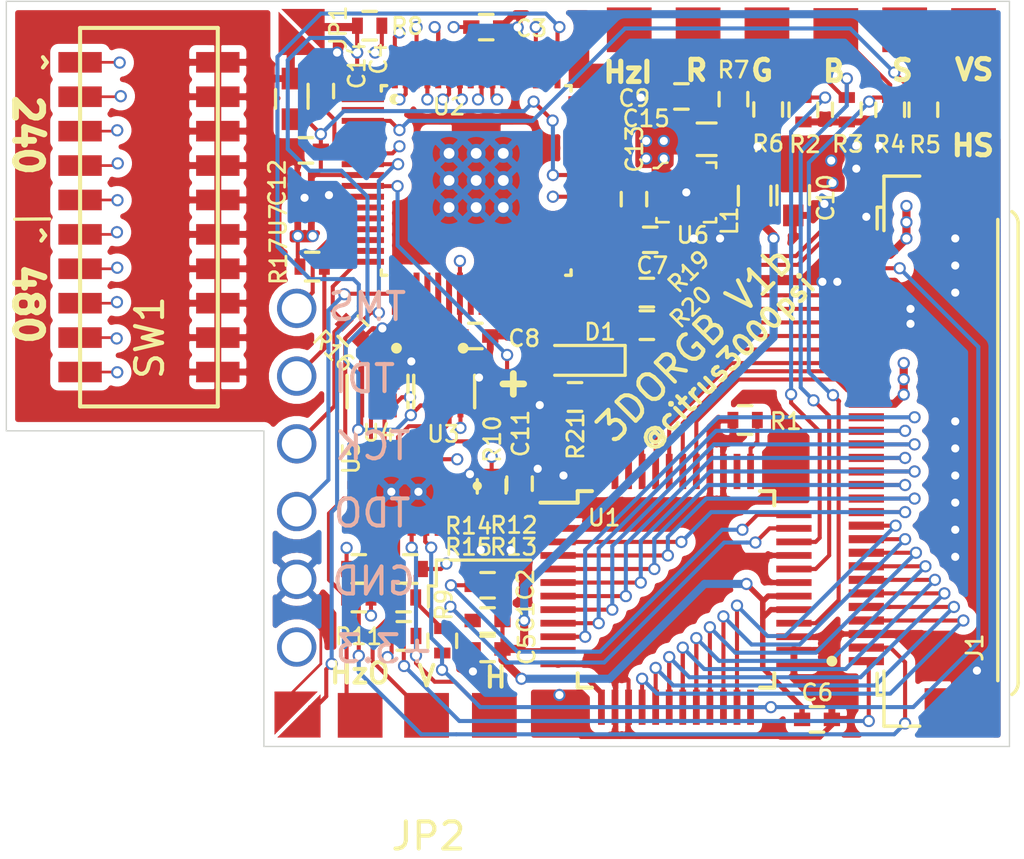
<source format=kicad_pcb>
(kicad_pcb (version 20171130) (host pcbnew "(5.1.0)-1")
  (layers (0 F.Cu signal) (1 In1.Cu signal) (2 In2.Cu signal) (31 B.Cu signal) (34 B.Paste user) (35 F.Paste user) (36 B.SilkS user) (37 F.SilkS user) (38 B.Mask user) (39 F.Mask user) (44 Edge.Cuts user))
  (net 0 "")
  (net 1 /TDI)
  (net 2 GND)
  (net 3 /TMS)
  (net 4 +5V)
  (net 5 /TCK)
  (net 6 /TDO)
  (net 7 /CLK12)
  (net 8 "Net-(C1-Pad1)")
  (net 9 "Net-(C2-Pad1)")
  (net 10 "Net-(R1-Pad2)")
  (net 11 /G0)
  (net 12 /G1)
  (net 13 /G2)
  (net 14 /G3)
  (net 15 /G4)
  (net 16 /G5)
  (net 17 /G6)
  (net 18 /G7)
  (net 19 /B0)
  (net 20 /B1)
  (net 21 /B2)
  (net 22 /B3)
  (net 23 /B4)
  (net 24 /B5)
  (net 25 /B6)
  (net 26 /B7)
  (net 27 /R0)
  (net 28 /R1)
  (net 29 /R2)
  (net 30 /R3)
  (net 31 /R4)
  (net 32 /R5)
  (net 33 /R6)
  (net 34 /R7)
  (net 35 /VSYNC)
  (net 36 /HSYNC)
  (net 37 /CSYNC)
  (net 38 /+5)
  (net 39 /RED)
  (net 40 /GREEN)
  (net 41 /BLUE)
  (net 42 "Net-(R5-Pad2)")
  (net 43 "Net-(U1-Pad38)")
  (net 44 /INTERLACE)
  (net 45 /INTERLACE_SW)
  (net 46 /HOUT)
  (net 47 /VOUT)
  (net 48 "Net-(C9-Pad2)")
  (net 49 /+3.3)
  (net 50 "Net-(U2-Pad2)")
  (net 51 "Net-(U2-Pad4)")
  (net 52 "Net-(U2-Pad5)")
  (net 53 /+1.8)
  (net 54 "Net-(U2-Pad10)")
  (net 55 "Net-(U2-Pad11)")
  (net 56 "Net-(U2-Pad12)")
  (net 57 "Net-(U2-Pad13)")
  (net 58 "Net-(U2-Pad22)")
  (net 59 "Net-(U2-Pad24)")
  (net 60 "Net-(U2-Pad25)")
  (net 61 "Net-(U2-Pad26)")
  (net 62 "Net-(U2-Pad27)")
  (net 63 "Net-(U2-Pad30)")
  (net 64 "Net-(U2-Pad34)")
  (net 65 "Net-(U2-Pad35)")
  (net 66 "Net-(U2-Pad36)")
  (net 67 "Net-(U2-Pad37)")
  (net 68 "Net-(U2-Pad38)")
  (net 69 "Net-(U2-Pad40)")
  (net 70 "Net-(U2-Pad42)")
  (net 71 "Net-(U2-Pad43)")
  (net 72 "Net-(U2-Pad44)")
  (net 73 "Net-(U2-Pad45)")
  (net 74 "Net-(U2-Pad47)")
  (net 75 "Net-(U2-Pad48)")
  (net 76 "Net-(U2-Pad50)")
  (net 77 "Net-(U2-Pad52)")
  (net 78 "Net-(U2-Pad53)")
  (net 79 "Net-(C11-Pad2)")
  (net 80 /HOUT_3.3)
  (net 81 /VOUT_3.3)
  (net 82 /INTERLACE_3.3)
  (net 83 /CLK12_3.3)
  (net 84 /VSYNC_3.3)
  (net 85 /HSYNC_3.3)
  (net 86 /EX)
  (net 87 "Net-(U3-Pad6)")
  (net 88 "Net-(U3-Pad7)")
  (net 89 "Net-(U4-Pad7)")
  (net 90 "Net-(U4-Pad6)")
  (net 91 "Net-(U6-Pad2)")
  (net 92 "Net-(U6-Pad5)")
  (net 93 /HVGA)
  (net 94 /VVGA)
  (net 95 "Net-(J10-Pad1)")
  (net 96 "Net-(J13-Pad1)")
  (net 97 "Net-(D1-Pad1)")
  (net 98 "Net-(D1-Pad2)")
  (net 99 "Net-(JP2-Pad1)")
  (net 100 "Net-(U2-Pad54)")
  (net 101 /240B0)
  (net 102 /240B1)
  (net 103 /240B2)
  (net 104 /240B3)
  (net 105 /240B4)
  (net 106 /480B0)
  (net 107 /480B1)
  (net 108 /480B2)
  (net 109 /480B3)
  (net 110 /480B4)
  (module QFP40P900X900X120-65N:QFP40P900X900X120-65N (layer F.Cu) (at 153.33 57.36)
    (fp_text reference U2 (at -1 -2.72) (layer F.SilkS) (effects (font (size 0.6 0.6) (thickness 0.1))))
    (fp_text value 5M160ZE64I5N hide)
    (pad 1 smd rect (at -4.18 -3) (size 1.56 0.22) (layers F.Cu F.Paste F.Mask) (net 86 /EX))
    (pad 2 smd rect (at -4.18 -2.6) (size 1.56 0.22) (layers F.Cu F.Paste F.Mask) (net 50 "Net-(U2-Pad2)"))
    (pad 3 smd rect (at -4.18 -2.2) (size 1.56 0.22) (layers F.Cu F.Paste F.Mask) (net 42 "Net-(R5-Pad2)"))
    (pad 4 smd rect (at -4.18 -1.8) (size 1.56 0.22) (layers F.Cu F.Paste F.Mask) (net 51 "Net-(U2-Pad4)"))
    (pad 5 smd rect (at -4.18 -1.4) (size 1.56 0.22) (layers F.Cu F.Paste F.Mask) (net 52 "Net-(U2-Pad5)"))
    (pad 6 smd rect (at -4.18 -1) (size 1.56 0.22) (layers F.Cu F.Paste F.Mask) (net 49 /+3.3))
    (pad 7 smd rect (at -4.18 -0.6) (size 1.56 0.22) (layers F.Cu F.Paste F.Mask) (net 82 /INTERLACE_3.3))
    (pad 8 smd rect (at -4.18 -0.2) (size 1.56 0.22) (layers F.Cu F.Paste F.Mask) (net 53 /+1.8))
    (pad 9 smd rect (at -4.18 0.2) (size 1.56 0.22) (layers F.Cu F.Paste F.Mask) (net 83 /CLK12_3.3))
    (pad 10 smd rect (at -4.18 0.6) (size 1.56 0.22) (layers F.Cu F.Paste F.Mask) (net 54 "Net-(U2-Pad10)"))
    (pad 11 smd rect (at -4.18 1) (size 1.56 0.22) (layers F.Cu F.Paste F.Mask) (net 55 "Net-(U2-Pad11)"))
    (pad 12 smd rect (at -4.18 1.4) (size 1.56 0.22) (layers F.Cu F.Paste F.Mask) (net 56 "Net-(U2-Pad12)"))
    (pad 13 smd rect (at -4.18 1.8) (size 1.56 0.22) (layers F.Cu F.Paste F.Mask) (net 57 "Net-(U2-Pad13)"))
    (pad 14 smd rect (at -4.18 2.2) (size 1.56 0.22) (layers F.Cu F.Paste F.Mask) (net 3 /TMS))
    (pad 15 smd rect (at -4.18 2.6) (size 1.56 0.22) (layers F.Cu F.Paste F.Mask) (net 1 /TDI))
    (pad 16 smd rect (at -4.18 3) (size 1.56 0.22) (layers F.Cu F.Paste F.Mask) (net 5 /TCK))
    (pad 17 smd rect (at -3 4.18 90) (size 1.56 0.22) (layers F.Cu F.Paste F.Mask) (net 6 /TDO))
    (pad 18 smd rect (at -2.6 4.18 90) (size 1.56 0.22) (layers F.Cu F.Paste F.Mask) (net 81 /VOUT_3.3))
    (pad 19 smd rect (at -2.2 4.18 90) (size 1.56 0.22) (layers F.Cu F.Paste F.Mask) (net 84 /VSYNC_3.3))
    (pad 20 smd rect (at -1.8 4.18 90) (size 1.56 0.22) (layers F.Cu F.Paste F.Mask) (net 80 /HOUT_3.3))
    (pad 21 smd rect (at -1.4 4.18 90) (size 1.56 0.22) (layers F.Cu F.Paste F.Mask) (net 85 /HSYNC_3.3))
    (pad 22 smd rect (at -1 4.18 90) (size 1.56 0.22) (layers F.Cu F.Paste F.Mask) (net 58 "Net-(U2-Pad22)"))
    (pad 23 smd rect (at -0.6 4.18 90) (size 1.56 0.22) (layers F.Cu F.Paste F.Mask) (net 49 /+3.3))
    (pad 24 smd rect (at -0.2 4.18 90) (size 1.56 0.22) (layers F.Cu F.Paste F.Mask) (net 59 "Net-(U2-Pad24)"))
    (pad 25 smd rect (at 0.2 4.18 90) (size 1.56 0.22) (layers F.Cu F.Paste F.Mask) (net 60 "Net-(U2-Pad25)"))
    (pad 26 smd rect (at 0.6 4.18 90) (size 1.56 0.22) (layers F.Cu F.Paste F.Mask) (net 61 "Net-(U2-Pad26)"))
    (pad 27 smd rect (at 1 4.18 90) (size 1.56 0.22) (layers F.Cu F.Paste F.Mask) (net 62 "Net-(U2-Pad27)"))
    (pad 28 smd rect (at 1.4 4.18 90) (size 1.56 0.22) (layers F.Cu F.Paste F.Mask) (net 2 GND))
    (pad 29 smd rect (at 1.8 4.18 90) (size 1.56 0.22) (layers F.Cu F.Paste F.Mask) (net 2 GND))
    (pad 30 smd rect (at 2.2 4.18 90) (size 1.56 0.22) (layers F.Cu F.Paste F.Mask) (net 63 "Net-(U2-Pad30)"))
    (pad 31 smd rect (at 2.6 4.18 90) (size 1.56 0.22) (layers F.Cu F.Paste F.Mask) (net 98 "Net-(D1-Pad2)"))
    (pad 32 smd rect (at 3 4.18 90) (size 1.56 0.22) (layers F.Cu F.Paste F.Mask) (net 94 /VVGA))
    (pad 33 smd rect (at 4.18 3 180) (size 1.56 0.22) (layers F.Cu F.Paste F.Mask) (net 93 /HVGA))
    (pad 34 smd rect (at 4.18 2.6 180) (size 1.56 0.22) (layers F.Cu F.Paste F.Mask) (net 64 "Net-(U2-Pad34)"))
    (pad 35 smd rect (at 4.18 2.2 180) (size 1.56 0.22) (layers F.Cu F.Paste F.Mask) (net 65 "Net-(U2-Pad35)"))
    (pad 36 smd rect (at 4.18 1.8 180) (size 1.56 0.22) (layers F.Cu F.Paste F.Mask) (net 66 "Net-(U2-Pad36)"))
    (pad 37 smd rect (at 4.18 1.4 180) (size 1.56 0.22) (layers F.Cu F.Paste F.Mask) (net 67 "Net-(U2-Pad37)"))
    (pad 38 smd rect (at 4.18 1 180) (size 1.56 0.22) (layers F.Cu F.Paste F.Mask) (net 68 "Net-(U2-Pad38)"))
    (pad 39 smd rect (at 4.18 0.6 180) (size 1.56 0.22) (layers F.Cu F.Paste F.Mask) (net 49 /+3.3))
    (pad 40 smd rect (at 4.18 0.2 180) (size 1.56 0.22) (layers F.Cu F.Paste F.Mask) (net 69 "Net-(U2-Pad40)"))
    (pad 41 smd rect (at 4.18 -0.2 180) (size 1.56 0.22) (layers F.Cu F.Paste F.Mask) (net 53 /+1.8))
    (pad 42 smd rect (at 4.18 -0.6 180) (size 1.56 0.22) (layers F.Cu F.Paste F.Mask) (net 70 "Net-(U2-Pad42)"))
    (pad 43 smd rect (at 4.18 -1 180) (size 1.56 0.22) (layers F.Cu F.Paste F.Mask) (net 71 "Net-(U2-Pad43)"))
    (pad 44 smd rect (at 4.18 -1.4 180) (size 1.56 0.22) (layers F.Cu F.Paste F.Mask) (net 72 "Net-(U2-Pad44)"))
    (pad 45 smd rect (at 4.18 -1.8 180) (size 1.56 0.22) (layers F.Cu F.Paste F.Mask) (net 73 "Net-(U2-Pad45)"))
    (pad 46 smd rect (at 4.18 -2.2 180) (size 1.56 0.22) (layers F.Cu F.Paste F.Mask) (net 45 /INTERLACE_SW))
    (pad 47 smd rect (at 4.18 -2.6 180) (size 1.56 0.22) (layers F.Cu F.Paste F.Mask) (net 74 "Net-(U2-Pad47)"))
    (pad 48 smd rect (at 4.18 -3 180) (size 1.56 0.22) (layers F.Cu F.Paste F.Mask) (net 75 "Net-(U2-Pad48)"))
    (pad 49 smd rect (at 3 -4.18 270) (size 1.56 0.22) (layers F.Cu F.Paste F.Mask) (net 99 "Net-(JP2-Pad1)"))
    (pad 50 smd rect (at 2.6 -4.18 270) (size 1.56 0.22) (layers F.Cu F.Paste F.Mask) (net 76 "Net-(U2-Pad50)"))
    (pad 51 smd rect (at 2.2 -4.18 270) (size 1.56 0.22) (layers F.Cu F.Paste F.Mask) (net 104 /240B3))
    (pad 52 smd rect (at 1.8 -4.18 270) (size 1.56 0.22) (layers F.Cu F.Paste F.Mask) (net 77 "Net-(U2-Pad52)"))
    (pad 53 smd rect (at 1.4 -4.18 270) (size 1.56 0.22) (layers F.Cu F.Paste F.Mask) (net 78 "Net-(U2-Pad53)"))
    (pad 54 smd rect (at 1 -4.18 270) (size 1.56 0.22) (layers F.Cu F.Paste F.Mask) (net 100 "Net-(U2-Pad54)"))
    (pad 55 smd rect (at 0.6 -4.18 270) (size 1.56 0.22) (layers F.Cu F.Paste F.Mask) (net 105 /240B4))
    (pad 56 smd rect (at 0.2 -4.18 270) (size 1.56 0.22) (layers F.Cu F.Paste F.Mask) (net 106 /480B0))
    (pad 57 smd rect (at -0.2 -4.18 270) (size 1.56 0.22) (layers F.Cu F.Paste F.Mask) (net 49 /+3.3))
    (pad 58 smd rect (at -0.6 -4.18 270) (size 1.56 0.22) (layers F.Cu F.Paste F.Mask) (net 107 /480B1))
    (pad 59 smd rect (at -1 -4.18 270) (size 1.56 0.22) (layers F.Cu F.Paste F.Mask) (net 108 /480B2))
    (pad 60 smd rect (at -1.4 -4.18 270) (size 1.56 0.22) (layers F.Cu F.Paste F.Mask) (net 101 /240B0))
    (pad 61 smd rect (at -1.8 -4.18 270) (size 1.56 0.22) (layers F.Cu F.Paste F.Mask) (net 109 /480B3))
    (pad 62 smd rect (at -2.2 -4.18 270) (size 1.56 0.22) (layers F.Cu F.Paste F.Mask) (net 102 /240B1))
    (pad 63 smd rect (at -2.6 -4.18 270) (size 1.56 0.22) (layers F.Cu F.Paste F.Mask) (net 110 /480B4))
    (pad 64 smd rect (at -3 -4.18 270) (size 1.56 0.22) (layers F.Cu F.Paste F.Mask) (net 103 /240B2))
    (pad 65 smd rect (at 0 0) (size 3.61 3.61) (layers F.Cu F.Paste F.Mask) (net 2 GND))
    (pad 65 thru_hole circle (at 0 0) (size 0.7 0.7) (drill 0.4) (layers *.Cu F.Mask) (net 2 GND))
    (pad 65 thru_hole circle (at -1 0) (size 0.7 0.7) (drill 0.4) (layers *.Cu F.Mask) (net 2 GND))
    (pad 65 thru_hole circle (at -1 -1) (size 0.7 0.7) (drill 0.4) (layers *.Cu F.Mask) (net 2 GND))
    (pad 65 thru_hole circle (at 0 -1) (size 0.7 0.7) (drill 0.4) (layers *.Cu F.Mask) (net 2 GND))
    (pad 65 thru_hole circle (at 1 -1) (size 0.7 0.7) (drill 0.4) (layers *.Cu F.Mask) (net 2 GND))
    (pad 65 thru_hole circle (at 1 0) (size 0.7 0.7) (drill 0.4) (layers *.Cu F.Mask) (net 2 GND))
    (pad 65 thru_hole circle (at 1 1) (size 0.7 0.7) (drill 0.4) (layers *.Cu F.Mask) (net 2 GND))
    (pad 65 thru_hole circle (at 0 1) (size 0.7 0.7) (drill 0.4) (layers *.Cu F.Mask) (net 2 GND))
    (pad 65 thru_hole circle (at -1 1) (size 0.7 0.7) (drill 0.4) (layers *.Cu F.Mask) (net 2 GND))
  )
  (module pads:Jumper (layer F.Cu) (at 147.34 51.43 270)
    (fp_text reference JP1 (at 0.29 -0.9 270) (layer F.SilkS) (effects (font (size 0.6 0.6) (thickness 0.1))))
    (fp_text value Jumper_NO_Small)
    (pad 1 smd custom (at 0 0 270) (size 0.5 0.5) (layers F.Cu F.Mask) (net 86 /EX) (options (clearance outline) (anchor rect)) (primitives (gr_poly (pts (xy -0.4 -0.4) (xy 1.2 -0.4) (xy -0.4 1.2)) (width 0))))
    (pad 2 smd custom (at 0.9 0.9 90) (size 0.5 0.5) (layers F.Cu F.Mask) (net 2 GND) (options (clearance outline) (anchor rect)) (primitives (gr_poly (pts (xy -0.4 -0.4) (xy 1.2 -0.4) (xy -0.4 1.2)) (width 0))))
  )
  (module QFN50P250X350X100-17N:QFN50P250X350X100-17N (layer F.Cu) (at 150.7 68.85 180)
    (fp_text reference U5 (at 1.98 1.25 270) (layer F.SilkS) (effects (font (size 0.6 0.6) (thickness 0.1))))
    (fp_text value NVT2006BQ_115 hide)
    (pad 2 smd rect (at -1.25 1.2 270) (size 0.85 0.3) (layers F.Cu F.Paste F.Mask) (net 49 /+3.3))
    (pad 3 smd rect (at -0.75 1.2 270) (size 0.85 0.3) (layers F.Cu F.Paste F.Mask) (net 83 /CLK12_3.3))
    (pad 4 smd rect (at -0.25 1.2 270) (size 0.85 0.3) (layers F.Cu F.Paste F.Mask) (net 88 "Net-(U3-Pad7)"))
    (pad 5 smd rect (at 0.25 1.2 270) (size 0.85 0.3) (layers F.Cu F.Paste F.Mask) (net 87 "Net-(U3-Pad6)"))
    (pad 6 smd rect (at 0.75 1.2 270) (size 0.85 0.3) (layers F.Cu F.Paste F.Mask) (net 89 "Net-(U4-Pad7)"))
    (pad 7 smd rect (at 1.25 1.2 270) (size 0.85 0.3) (layers F.Cu F.Paste F.Mask) (net 90 "Net-(U4-Pad6)"))
    (pad 8 smd rect (at 1.7 0.25) (size 0.85 0.3) (layers F.Cu F.Paste F.Mask) (net 82 /INTERLACE_3.3))
    (pad 9 smd rect (at 1.7 -0.25) (size 0.85 0.3) (layers F.Cu F.Paste F.Mask) (net 44 /INTERLACE))
    (pad 10 smd rect (at 1.25 -1.2 270) (size 0.85 0.3) (layers F.Cu F.Paste F.Mask) (net 35 /VSYNC))
    (pad 11 smd rect (at 0.75 -1.2 270) (size 0.85 0.3) (layers F.Cu F.Paste F.Mask) (net 47 /VOUT))
    (pad 12 smd rect (at 0.25 -1.2 270) (size 0.85 0.3) (layers F.Cu F.Paste F.Mask) (net 36 /HSYNC))
    (pad 13 smd rect (at -0.25 -1.2 270) (size 0.85 0.3) (layers F.Cu F.Paste F.Mask) (net 46 /HOUT))
    (pad 14 smd rect (at -0.75 -1.2 270) (size 0.85 0.3) (layers F.Cu F.Paste F.Mask) (net 7 /CLK12))
    (pad 15 smd rect (at -1.25 -1.2 270) (size 0.85 0.3) (layers F.Cu F.Paste F.Mask) (net 79 "Net-(C11-Pad2)"))
    (pad 16 smd rect (at -1.7 -0.25) (size 0.85 0.3) (layers F.Cu F.Paste F.Mask) (net 79 "Net-(C11-Pad2)"))
    (pad 1 smd rect (at -1.7 0.25) (size 0.85 0.3) (layers F.Cu F.Paste F.Mask) (net 2 GND))
    (pad 1 smd rect (at 0 0 180) (size 2.15 1.15) (layers F.Cu F.Paste F.Mask) (net 2 GND))
    (pad 1 thru_hole circle (at -0.5 0 180) (size 0.6 0.6) (drill 0.3) (layers *.Cu F.Mask) (net 2 GND))
    (pad 1 thru_hole circle (at 0.5 0 180) (size 0.6 0.6) (drill 0.3) (layers *.Cu F.Mask) (net 2 GND))
  )
  (module digikey-footprints:UDFN-6-1EP_2x2mm (layer F.Cu) (at 161.08 57.8)
    (fp_text reference U6 (at 0.24 1.58 180) (layer F.SilkS) (effects (font (size 0.6 0.6) (thickness 0.1))))
    (fp_text value TPS73733DRVR)
    (pad 2 smd rect (at -0.85 0) (size 0.6 0.4) (layers F.Cu F.Paste F.Mask) (net 91 "Net-(U6-Pad2)"))
    (pad 1 smd rect (at -0.85 -0.65) (size 0.6 0.4) (layers F.Cu F.Paste F.Mask) (net 49 /+3.3))
    (pad 3 smd rect (at -0.85 0.65) (size 0.6 0.4) (layers F.Cu F.Paste F.Mask) (net 2 GND))
    (pad 4 smd rect (at 0.85 0.65) (size 0.6 0.4) (layers F.Cu F.Paste F.Mask) (net 38 /+5))
    (pad 5 smd rect (at 0.85 0) (size 0.6 0.4) (layers F.Cu F.Paste F.Mask) (net 92 "Net-(U6-Pad5)"))
    (pad 6 smd rect (at 0.85 -0.65) (size 0.6 0.4) (layers F.Cu F.Paste F.Mask) (net 38 /+5))
    (pad 3 smd rect (at 0 0) (size 0.7 1.4) (layers F.Cu F.Paste F.Mask) (net 2 GND))
  )
  (module pads:MIC94310 (layer F.Cu) (at 147 58 180)
    (fp_text reference U7 (at 0.97 -0.82 270) (layer F.SilkS) (effects (font (size 0.6 0.6) (thickness 0.1))))
    (fp_text value MIC94310)
    (pad 1 smd rect (at -0.25 0.7 180) (size 0.25 0.5) (layers F.Cu F.Paste F.Mask) (net 53 /+1.8))
    (pad 2 smd rect (at 0.25 0.7 180) (size 0.25 0.5) (layers F.Cu F.Paste F.Mask) (net 2 GND))
    (pad 3 smd rect (at 0.25 -0.7 180) (size 0.25 0.5) (layers F.Cu F.Paste F.Mask) (net 49 /+3.3))
    (pad 4 smd rect (at -0.25 -0.7 180) (size 0.25 0.5) (layers F.Cu F.Paste F.Mask) (net 49 /+3.3))
    (pad 2 smd rect (at 0 0 180) (size 0.86 0.5) (layers F.Cu F.Paste F.Mask) (net 2 GND))
  )
  (module Resistors_SMD:R_0402 (layer F.Cu) (at 163.25 66.2)
    (fp_text reference R1 (at 1.5 0.05) (layer F.SilkS) (effects (font (size 0.6 0.6) (thickness 0.1))))
    (fp_text value 536)
    (pad 1 smd rect (at -0.45 0) (size 0.4 0.6) (layers F.Cu F.Paste F.Mask) (net 2 GND))
    (pad 2 smd rect (at 0.45 0) (size 0.4 0.6) (layers F.Cu F.Paste F.Mask) (net 10 "Net-(R1-Pad2)"))
  )
  (module Capacitors_SMD:C_0402 (layer F.Cu) (at 160.9 54.26)
    (fp_text reference C9 (at -1.74 0.07 180) (layer F.SilkS) (effects (font (size 0.6 0.6) (thickness 0.1))))
    (fp_text value .1u)
    (pad 1 smd rect (at -0.55 0) (size 0.6 0.5) (layers F.Cu F.Paste F.Mask) (net 2 GND))
    (pad 2 smd rect (at 0.55 0) (size 0.6 0.5) (layers F.Cu F.Paste F.Mask) (net 48 "Net-(C9-Pad2)"))
  )
  (module Resistors_SMD:R_0402 (layer F.Cu) (at 162.82 54.36 90)
    (fp_text reference R7 (at 1.08 0 180) (layer F.SilkS) (effects (font (size 0.6 0.6) (thickness 0.1))))
    (fp_text value 1K)
    (pad 1 smd rect (at -0.45 0 90) (size 0.4 0.6) (layers F.Cu F.Paste F.Mask) (net 45 /INTERLACE_SW))
    (pad 2 smd rect (at 0.45 0 90) (size 0.4 0.6) (layers F.Cu F.Paste F.Mask) (net 48 "Net-(C9-Pad2)"))
  )
  (module Resistors_SMD:R_0402 (layer F.Cu) (at 164.1 54.74 270)
    (fp_text reference R6 (at 1.26 0) (layer F.SilkS) (effects (font (size 0.6 0.6) (thickness 0.1))))
    (fp_text value 10K)
    (pad 1 smd rect (at -0.45 0 270) (size 0.4 0.6) (layers F.Cu F.Paste F.Mask) (net 48 "Net-(C9-Pad2)"))
    (pad 2 smd rect (at 0.45 0 270) (size 0.4 0.6) (layers F.Cu F.Paste F.Mask) (net 49 /+3.3))
  )
  (module Capacitors_SMD:C_0603 (layer F.Cu) (at 163.6 57.925 90)
    (fp_text reference L1 (at -0.925 -0.925 270) (layer F.SilkS) (effects (font (size 0.6 0.6) (thickness 0.1))))
    (fp_text value 10ohm)
    (pad 2 smd rect (at 0.75 0 90) (size 0.8 0.75) (layers F.Cu F.Paste F.Mask) (net 38 /+5))
    (pad 1 smd rect (at -0.75 0 90) (size 0.8 0.75) (layers F.Cu F.Paste F.Mask) (net 4 +5V))
  )
  (module Capacitors_SMD:C_0603 (layer F.Cu) (at 165.025 57.9 270)
    (fp_text reference C10 (at 0.1 -1.2 90) (layer F.SilkS) (effects (font (size 0.6 0.6) (thickness 0.1))))
    (fp_text value 10u)
    (pad 2 smd rect (at 0.75 0 270) (size 0.8 0.75) (layers F.Cu F.Paste F.Mask) (net 2 GND))
    (pad 1 smd rect (at -0.75 0 270) (size 0.8 0.75) (layers F.Cu F.Paste F.Mask) (net 38 /+5))
  )
  (module Resistors_SMD:R_0402 (layer F.Cu) (at 165.4 54.75 90)
    (fp_text reference R2 (at -1.28 0.06) (layer F.SilkS) (effects (font (size 0.6 0.6) (thickness 0.1))))
    (fp_text value 75)
    (pad 1 smd rect (at -0.45 0 90) (size 0.4 0.6) (layers F.Cu F.Paste F.Mask) (net 2 GND))
    (pad 2 smd rect (at 0.45 0 90) (size 0.4 0.6) (layers F.Cu F.Paste F.Mask) (net 39 /RED))
  )
  (module Resistors_SMD:R_0402 (layer F.Cu) (at 167 54.75 90)
    (fp_text reference R3 (at -1.27 0.04) (layer F.SilkS) (effects (font (size 0.6 0.6) (thickness 0.1))))
    (fp_text value 75)
    (pad 2 smd rect (at 0.45 0 90) (size 0.4 0.6) (layers F.Cu F.Paste F.Mask) (net 40 /GREEN))
    (pad 1 smd rect (at -0.45 0 90) (size 0.4 0.6) (layers F.Cu F.Paste F.Mask) (net 2 GND))
  )
  (module Resistors_SMD:R_0402 (layer F.Cu) (at 168.6 54.75 90)
    (fp_text reference R4 (at -1.28 -0.02 180) (layer F.SilkS) (effects (font (size 0.6 0.6) (thickness 0.1))))
    (fp_text value 75)
    (pad 2 smd rect (at 0.45 0 90) (size 0.4 0.6) (layers F.Cu F.Paste F.Mask) (net 41 /BLUE))
    (pad 1 smd rect (at -0.45 0 90) (size 0.4 0.6) (layers F.Cu F.Paste F.Mask) (net 2 GND))
  )
  (module Resistors_SMD:R_0402 (layer F.Cu) (at 169.825 54.75 270)
    (fp_text reference R5 (at 1.29 -0.065) (layer F.SilkS) (effects (font (size 0.6 0.6) (thickness 0.1))))
    (fp_text value 1K)
    (pad 1 smd rect (at -0.45 0 270) (size 0.4 0.6) (layers F.Cu F.Paste F.Mask) (net 37 /CSYNC))
    (pad 2 smd rect (at 0.45 0 270) (size 0.4 0.6) (layers F.Cu F.Paste F.Mask) (net 42 "Net-(R5-Pad2)"))
  )
  (module Capacitors_SMD:C_0402 (layer F.Cu) (at 153.75 74.65 180)
    (fp_text reference C5 (at -1.45 -0.01 270) (layer F.SilkS) (effects (font (size 0.6 0.6) (thickness 0.1))))
    (fp_text value .1u)
    (pad 1 smd rect (at -0.55 0 180) (size 0.6 0.5) (layers F.Cu F.Paste F.Mask) (net 4 +5V))
    (pad 2 smd rect (at 0.55 0 180) (size 0.6 0.5) (layers F.Cu F.Paste F.Mask) (net 2 GND))
  )
  (module Capacitors_SMD:C_0402 (layer F.Cu) (at 153.75 73.6)
    (fp_text reference C1 (at 1.41 -0.12 90) (layer F.SilkS) (effects (font (size 0.6 0.6) (thickness 0.1))))
    (fp_text value .1u)
    (pad 1 smd rect (at -0.55 0) (size 0.6 0.5) (layers F.Cu F.Paste F.Mask) (net 8 "Net-(C1-Pad1)"))
    (pad 2 smd rect (at 0.55 0) (size 0.6 0.5) (layers F.Cu F.Paste F.Mask) (net 4 +5V))
  )
  (module Capacitors_SMD:C_0402 (layer F.Cu) (at 153.75 72.3)
    (fp_text reference C2 (at 1.4 -0.02 90) (layer F.SilkS) (effects (font (size 0.6 0.6) (thickness 0.1))))
    (fp_text value .1u)
    (pad 2 smd rect (at 0.55 0) (size 0.6 0.5) (layers F.Cu F.Paste F.Mask) (net 4 +5V))
    (pad 1 smd rect (at -0.55 0) (size 0.6 0.5) (layers F.Cu F.Paste F.Mask) (net 9 "Net-(C2-Pad1)"))
  )
  (module Housings_QFP:TQFP-48_7x7mm_Pitch0.5mm (layer F.Cu) (at 160.7 72.45)
    (fp_text reference U1 (at -2.65 -2.64 -180) (layer F.SilkS) (effects (font (size 0.6 0.6) (thickness 0.1))))
    (fp_text value ADV7125-lqfp48)
    (pad 1 smd rect (at -4.35 -2.75) (size 1.3 0.25) (layers F.Cu F.Paste F.Mask) (net 2 GND))
    (pad 2 smd rect (at -4.35 -2.25) (size 1.3 0.25) (layers F.Cu F.Paste F.Mask) (net 2 GND))
    (pad 3 smd rect (at -4.35 -1.75) (size 1.3 0.25) (layers F.Cu F.Paste F.Mask) (net 11 /G0))
    (pad 4 smd rect (at -4.35 -1.25) (size 1.3 0.25) (layers F.Cu F.Paste F.Mask) (net 12 /G1))
    (pad 5 smd rect (at -4.35 -0.75) (size 1.3 0.25) (layers F.Cu F.Paste F.Mask) (net 13 /G2))
    (pad 6 smd rect (at -4.35 -0.25) (size 1.3 0.25) (layers F.Cu F.Paste F.Mask) (net 14 /G3))
    (pad 7 smd rect (at -4.35 0.25) (size 1.3 0.25) (layers F.Cu F.Paste F.Mask) (net 15 /G4))
    (pad 8 smd rect (at -4.35 0.75) (size 1.3 0.25) (layers F.Cu F.Paste F.Mask) (net 16 /G5))
    (pad 9 smd rect (at -4.35 1.25) (size 1.3 0.25) (layers F.Cu F.Paste F.Mask) (net 17 /G6))
    (pad 10 smd rect (at -4.35 1.75) (size 1.3 0.25) (layers F.Cu F.Paste F.Mask) (net 18 /G7))
    (pad 11 smd rect (at -4.35 2.25) (size 1.3 0.25) (layers F.Cu F.Paste F.Mask) (net 4 +5V))
    (pad 12 smd rect (at -4.35 2.75) (size 1.3 0.25) (layers F.Cu F.Paste F.Mask) (net 2 GND))
    (pad 13 smd rect (at -2.75 4.35 90) (size 1.3 0.25) (layers F.Cu F.Paste F.Mask) (net 4 +5V))
    (pad 14 smd rect (at -2.25 4.35 90) (size 1.3 0.25) (layers F.Cu F.Paste F.Mask) (net 2 GND))
    (pad 15 smd rect (at -1.75 4.35 90) (size 1.3 0.25) (layers F.Cu F.Paste F.Mask) (net 2 GND))
    (pad 16 smd rect (at -1.25 4.35 90) (size 1.3 0.25) (layers F.Cu F.Paste F.Mask) (net 19 /B0))
    (pad 17 smd rect (at -0.75 4.35 90) (size 1.3 0.25) (layers F.Cu F.Paste F.Mask) (net 20 /B1))
    (pad 18 smd rect (at -0.25 4.35 90) (size 1.3 0.25) (layers F.Cu F.Paste F.Mask) (net 21 /B2))
    (pad 19 smd rect (at 0.25 4.35 90) (size 1.3 0.25) (layers F.Cu F.Paste F.Mask) (net 22 /B3))
    (pad 20 smd rect (at 0.75 4.35 90) (size 1.3 0.25) (layers F.Cu F.Paste F.Mask) (net 23 /B4))
    (pad 21 smd rect (at 1.25 4.35 90) (size 1.3 0.25) (layers F.Cu F.Paste F.Mask) (net 24 /B5))
    (pad 22 smd rect (at 1.75 4.35 90) (size 1.3 0.25) (layers F.Cu F.Paste F.Mask) (net 25 /B6))
    (pad 23 smd rect (at 2.25 4.35 90) (size 1.3 0.25) (layers F.Cu F.Paste F.Mask) (net 26 /B7))
    (pad 24 smd rect (at 2.75 4.35 90) (size 1.3 0.25) (layers F.Cu F.Paste F.Mask) (net 7 /CLK12))
    (pad 25 smd rect (at 4.35 2.75) (size 1.3 0.25) (layers F.Cu F.Paste F.Mask) (net 2 GND))
    (pad 26 smd rect (at 4.35 2.25) (size 1.3 0.25) (layers F.Cu F.Paste F.Mask) (net 2 GND))
    (pad 27 smd rect (at 4.35 1.75) (size 1.3 0.25) (layers F.Cu F.Paste F.Mask) (net 2 GND))
    (pad 28 smd rect (at 4.35 1.25) (size 1.3 0.25) (layers F.Cu F.Paste F.Mask) (net 41 /BLUE))
    (pad 29 smd rect (at 4.35 0.75) (size 1.3 0.25) (layers F.Cu F.Paste F.Mask) (net 4 +5V))
    (pad 30 smd rect (at 4.35 0.25) (size 1.3 0.25) (layers F.Cu F.Paste F.Mask) (net 4 +5V))
    (pad 31 smd rect (at 4.35 -0.25) (size 1.3 0.25) (layers F.Cu F.Paste F.Mask) (net 2 GND))
    (pad 32 smd rect (at 4.35 -0.75) (size 1.3 0.25) (layers F.Cu F.Paste F.Mask) (net 40 /GREEN))
    (pad 33 smd rect (at 4.35 -1.25) (size 1.3 0.25) (layers F.Cu F.Paste F.Mask) (net 2 GND))
    (pad 34 smd rect (at 4.35 -1.75) (size 1.3 0.25) (layers F.Cu F.Paste F.Mask) (net 39 /RED))
    (pad 35 smd rect (at 4.35 -2.25) (size 1.3 0.25) (layers F.Cu F.Paste F.Mask) (net 8 "Net-(C1-Pad1)"))
    (pad 36 smd rect (at 4.35 -2.75) (size 1.3 0.25) (layers F.Cu F.Paste F.Mask) (net 9 "Net-(C2-Pad1)"))
    (pad 37 smd rect (at 2.75 -4.35 90) (size 1.3 0.25) (layers F.Cu F.Paste F.Mask) (net 10 "Net-(R1-Pad2)"))
    (pad 38 smd rect (at 2.25 -4.35 90) (size 1.3 0.25) (layers F.Cu F.Paste F.Mask) (net 43 "Net-(U1-Pad38)"))
    (pad 39 smd rect (at 1.75 -4.35 90) (size 1.3 0.25) (layers F.Cu F.Paste F.Mask) (net 2 GND))
    (pad 40 smd rect (at 1.25 -4.35 90) (size 1.3 0.25) (layers F.Cu F.Paste F.Mask) (net 2 GND))
    (pad 41 smd rect (at 0.75 -4.35 90) (size 1.3 0.25) (layers F.Cu F.Paste F.Mask) (net 27 /R0))
    (pad 42 smd rect (at 0.25 -4.35 90) (size 1.3 0.25) (layers F.Cu F.Paste F.Mask) (net 28 /R1))
    (pad 43 smd rect (at -0.25 -4.35 90) (size 1.3 0.25) (layers F.Cu F.Paste F.Mask) (net 29 /R2))
    (pad 44 smd rect (at -0.75 -4.35 90) (size 1.3 0.25) (layers F.Cu F.Paste F.Mask) (net 30 /R3))
    (pad 45 smd rect (at -1.25 -4.35 90) (size 1.3 0.25) (layers F.Cu F.Paste F.Mask) (net 31 /R4))
    (pad 46 smd rect (at -1.75 -4.35 90) (size 1.3 0.25) (layers F.Cu F.Paste F.Mask) (net 32 /R5))
    (pad 47 smd rect (at -2.25 -4.35 90) (size 1.3 0.25) (layers F.Cu F.Paste F.Mask) (net 33 /R6))
    (pad 48 smd rect (at -2.75 -4.35 90) (size 1.3 0.25) (layers F.Cu F.Paste F.Mask) (net 34 /R7))
  )
  (module pads:small_pad (layer F.Cu) (at 169.135 51.8 180)
    (fp_text reference J3 hide)
    (fp_text value S)
    (pad 1 smd rect (at 0 0 180) (size 1.65 1.65) (layers F.Cu F.Mask) (net 37 /CSYNC))
  )
  (module pads:small_pad (layer F.Cu) (at 161.675 51.8 180)
    (fp_text reference J4 hide)
    (fp_text value R)
    (pad 1 smd rect (at 0.16 0 180) (size 1.65 1.65) (layers F.Cu F.Mask) (net 39 /RED))
  )
  (module pads:small_pad (layer F.Cu) (at 164.175 51.8 180)
    (fp_text reference J5 hide)
    (fp_text value G)
    (pad 1 smd rect (at 0.12 0 180) (size 1.65 1.65) (layers F.Cu F.Mask) (net 40 /GREEN))
  )
  (module pads:small_pad (layer F.Cu) (at 166.65 51.825 180)
    (fp_text reference J6 hide)
    (fp_text value B)
    (pad 1 smd rect (at 0.055 0 180) (size 1.65 1.65) (layers F.Cu F.Mask) (net 41 /BLUE))
  )
  (module 3-1775333-2:TE_3-1775333-2 (layer F.Cu) (at 167.72 67.35 90)
    (fp_text reference J1 (at -7.25 4 90) (layer F.SilkS) (effects (font (size 0.6 0.6) (thickness 0.1))))
    (fp_text value 3-1775333-2 hide)
    (pad 17 smd rect (at 0.25 0 90) (size 0.3 1.3) (layers F.Cu F.Paste F.Mask) (net 16 /G5))
    (pad 18 smd rect (at 0.75 0 90) (size 0.3 1.3) (layers F.Cu F.Paste F.Mask) (net 17 /G6))
    (pad 19 smd rect (at 1.25 0 90) (size 0.3 1.3) (layers F.Cu F.Paste F.Mask) (net 18 /G7))
    (pad 20 smd rect (at 1.75 0 90) (size 0.3 1.3) (layers F.Cu F.Paste F.Mask) (net 38 /+5))
    (pad 21 smd rect (at 2.25 0 90) (size 0.3 1.3) (layers F.Cu F.Paste F.Mask) (net 27 /R0))
    (pad 22 smd rect (at 2.75 0 90) (size 0.3 1.3) (layers F.Cu F.Paste F.Mask) (net 28 /R1))
    (pad 23 smd rect (at 3.25 0 90) (size 0.3 1.3) (layers F.Cu F.Paste F.Mask) (net 29 /R2))
    (pad 24 smd rect (at 3.75 0 90) (size 0.3 1.3) (layers F.Cu F.Paste F.Mask) (net 30 /R3))
    (pad 25 smd rect (at 4.25 0 90) (size 0.3 1.3) (layers F.Cu F.Paste F.Mask) (net 31 /R4))
    (pad 26 smd rect (at 4.75 0 90) (size 0.3 1.3) (layers F.Cu F.Paste F.Mask) (net 32 /R5))
    (pad 27 smd rect (at 5.25 0 90) (size 0.3 1.3) (layers F.Cu F.Paste F.Mask) (net 33 /R6))
    (pad 28 smd rect (at 5.75 0 90) (size 0.3 1.3) (layers F.Cu F.Paste F.Mask) (net 34 /R7))
    (pad 29 smd rect (at 6.25 0 90) (size 0.3 1.3) (layers F.Cu F.Paste F.Mask) (net 2 GND))
    (pad 30 smd rect (at 6.75 0 90) (size 0.3 1.3) (layers F.Cu F.Paste F.Mask) (net 7 /CLK12))
    (pad 31 smd rect (at 7.25 0 90) (size 0.3 1.3) (layers F.Cu F.Paste F.Mask) (net 38 /+5))
    (pad 32 smd rect (at 7.75 0 90) (size 0.3 1.3) (layers F.Cu F.Paste F.Mask) (net 2 GND))
    (pad 16 smd rect (at -0.25 0 90) (size 0.3 1.3) (layers F.Cu F.Paste F.Mask) (net 15 /G4))
    (pad 15 smd rect (at -0.75 0 90) (size 0.3 1.3) (layers F.Cu F.Paste F.Mask) (net 14 /G3))
    (pad 14 smd rect (at -1.25 0 90) (size 0.3 1.3) (layers F.Cu F.Paste F.Mask) (net 13 /G2))
    (pad 13 smd rect (at -1.75 0 90) (size 0.3 1.3) (layers F.Cu F.Paste F.Mask) (net 12 /G1))
    (pad 12 smd rect (at -2.25 0 90) (size 0.3 1.3) (layers F.Cu F.Paste F.Mask) (net 11 /G0))
    (pad 11 smd rect (at -2.75 0 90) (size 0.3 1.3) (layers F.Cu F.Paste F.Mask) (net 26 /B7))
    (pad 10 smd rect (at -3.25 0 90) (size 0.3 1.3) (layers F.Cu F.Paste F.Mask) (net 25 /B6))
    (pad 9 smd rect (at -3.75 0 90) (size 0.3 1.3) (layers F.Cu F.Paste F.Mask) (net 24 /B5))
    (pad 8 smd rect (at -4.25 0 90) (size 0.3 1.3) (layers F.Cu F.Paste F.Mask) (net 23 /B4))
    (pad 7 smd rect (at -4.75 0 90) (size 0.3 1.3) (layers F.Cu F.Paste F.Mask) (net 22 /B3))
    (pad 6 smd rect (at -5.25 0 90) (size 0.3 1.3) (layers F.Cu F.Paste F.Mask) (net 21 /B2))
    (pad 5 smd rect (at -5.75 0 90) (size 0.3 1.3) (layers F.Cu F.Paste F.Mask) (net 20 /B1))
    (pad 4 smd rect (at -6.25 0 90) (size 0.3 1.3) (layers F.Cu F.Paste F.Mask) (net 19 /B0))
    (pad 3 smd rect (at -6.75 0 90) (size 0.3 1.3) (layers F.Cu F.Paste F.Mask) (net 2 GND))
    (pad 2 smd rect (at -7.25 0 90) (size 0.3 1.3) (layers F.Cu F.Paste F.Mask) (net 35 /VSYNC))
    (pad 1 smd rect (at -7.75 0 90) (size 0.3 1.3) (layers F.Cu F.Paste F.Mask) (net 36 /HSYNC))
    (pad S1 smd rect (at -9.65 3.25 180) (size 2.2 1.8) (layers F.Cu F.Paste F.Mask) (net 2 GND))
    (pad S2 smd rect (at 9.65 3.25 180) (size 2.2 1.8) (layers F.Cu F.Paste F.Mask) (net 2 GND))
  )
  (module Capacitors_SMD:C_0402 (layer F.Cu) (at 165.9 77.25)
    (fp_text reference C6 (at 0.01 -0.99) (layer F.SilkS) (effects (font (size 0.6 0.6) (thickness 0.1))))
    (fp_text value .1u)
    (pad 2 smd rect (at 0.55 0) (size 0.6 0.5) (layers F.Cu F.Paste F.Mask) (net 2 GND))
    (pad 1 smd rect (at -0.55 0) (size 0.6 0.5) (layers F.Cu F.Paste F.Mask) (net 4 +5V))
  )
  (module pads:small_pad (layer F.Cu) (at 159.15 51.8)
    (fp_text reference J11 hide)
    (fp_text value S)
    (pad 1 smd rect (at -0.175 0) (size 1.65 1.65) (layers F.Cu F.Mask) (net 48 "Net-(C9-Pad2)"))
  )
  (module pads:SPI_PADS (layer F.Cu) (at 146.71 75.88 180)
    (fp_text reference J2 hide)
    (fp_text value JTAG hide)
    (pad 1 thru_hole circle (at 0 1.3 180) (size 1.45 1.45) (drill 1.1) (layers *.Cu *.Mask) (net 49 /+3.3))
    (pad 2 thru_hole circle (at 0 3.8 180) (size 1.45 1.45) (drill 1.1) (layers *.Cu *.Mask) (net 2 GND))
    (pad 3 thru_hole circle (at 0 6.3 180) (size 1.45 1.45) (drill 1.1) (layers *.Cu *.Mask) (net 6 /TDO))
    (pad 4 thru_hole circle (at 0 8.8 180) (size 1.45 1.45) (drill 1.1) (layers *.Cu *.Mask) (net 5 /TCK))
    (pad 5 thru_hole circle (at 0 11.3 180) (size 1.45 1.45) (drill 1.1) (layers *.Cu *.Mask) (net 1 /TDI))
    (pad 6 thru_hole circle (at 0 13.8 180) (size 1.45 1.45) (drill 1.1) (layers *.Cu *.Mask) (net 3 /TMS))
  )
  (module pads:small_pad (layer F.Cu) (at 154 77.1)
    (fp_text reference J8 hide)
    (fp_text value S)
    (pad 1 smd rect (at 0 0) (size 1.65 1.65) (layers F.Cu F.Mask) (net 46 /HOUT))
  )
  (module pads:small_pad (layer F.Cu) (at 151.5 77.1)
    (fp_text reference J9 hide)
    (fp_text value S)
    (pad 1 smd rect (at 0 0) (size 1.65 1.65) (layers F.Cu F.Mask) (net 47 /VOUT))
  )
  (module pads:small_pad (layer F.Cu) (at 149.05 77.1)
    (fp_text reference J12 hide)
    (fp_text value B)
    (pad 1 smd rect (at 0 0) (size 1.65 1.65) (layers F.Cu F.Mask) (net 44 /INTERLACE))
  )
  (module Capacitors_SMD:C_0402 (layer F.Cu) (at 154.93 68.55 270)
    (fp_text reference C11 (at -1.85 -0.04 270) (layer F.SilkS) (effects (font (size 0.6 0.6) (thickness 0.1))))
    (fp_text value .1u)
    (pad 1 smd rect (at -0.55 0 270) (size 0.6 0.5) (layers F.Cu F.Paste F.Mask) (net 2 GND))
    (pad 2 smd rect (at 0.55 0 270) (size 0.6 0.5) (layers F.Cu F.Paste F.Mask) (net 79 "Net-(C11-Pad2)"))
  )
  (module Resistors_SMD:R_0402 (layer F.Cu) (at 152.08 74.35 90)
    (fp_text reference R9 (at 1.33 0.06 90) (layer F.SilkS) (effects (font (size 0.6 0.6) (thickness 0.1))))
    (fp_text value 523)
    (pad 1 smd rect (at -0.45 0 90) (size 0.4 0.6) (layers F.Cu F.Paste F.Mask) (net 7 /CLK12))
    (pad 2 smd rect (at 0.45 0 90) (size 0.4 0.6) (layers F.Cu F.Paste F.Mask) (net 38 /+5))
  )
  (module Resistors_SMD:R_0402 (layer F.Cu) (at 153.9 68.65 270)
    (fp_text reference R10 (at -1.74 -0.03 270) (layer F.SilkS) (effects (font (size 0.6 0.6) (thickness 0.1))))
    (fp_text value 200K)
    (pad 2 smd rect (at 0.45 0 270) (size 0.4 0.6) (layers F.Cu F.Paste F.Mask) (net 79 "Net-(C11-Pad2)"))
    (pad 1 smd rect (at -0.45 0 270) (size 0.4 0.6) (layers F.Cu F.Paste F.Mask) (net 38 /+5))
  )
  (module Resistors_SMD:R_0402 (layer F.Cu) (at 150.66 74.17 180)
    (fp_text reference R11 (at 1.67 -0.02 180) (layer F.SilkS) (effects (font (size 0.6 0.6) (thickness 0.1))))
    (fp_text value 523)
    (pad 1 smd rect (at -0.45 0 180) (size 0.4 0.6) (layers F.Cu F.Paste F.Mask) (net 46 /HOUT))
    (pad 2 smd rect (at 0.45 0 180) (size 0.4 0.6) (layers F.Cu F.Paste F.Mask) (net 38 /+5))
  )
  (module Resistors_SMD:R_0402 (layer F.Cu) (at 150.9 71.7)
    (fp_text reference R12 (at 3.82 -1.62) (layer F.SilkS) (effects (font (size 0.6 0.6) (thickness 0.1))))
    (fp_text value 523)
    (pad 2 smd rect (at 0.45 0) (size 0.4 0.6) (layers F.Cu F.Paste F.Mask) (net 38 /+5))
    (pad 1 smd rect (at -0.45 0) (size 0.4 0.6) (layers F.Cu F.Paste F.Mask) (net 36 /HSYNC))
  )
  (module Resistors_SMD:R_0402 (layer F.Cu) (at 150.65 72.75)
    (fp_text reference R13 (at 4.06 -1.86) (layer F.SilkS) (effects (font (size 0.6 0.6) (thickness 0.1))))
    (fp_text value 523)
    (pad 1 smd rect (at -0.45 0) (size 0.4 0.6) (layers F.Cu F.Paste F.Mask) (net 47 /VOUT))
    (pad 2 smd rect (at 0.45 0) (size 0.4 0.6) (layers F.Cu F.Paste F.Mask) (net 38 /+5))
  )
  (module Resistors_SMD:R_0402 (layer F.Cu) (at 149 71.7 180)
    (fp_text reference R14 (at -4.05 1.59 180) (layer F.SilkS) (effects (font (size 0.6 0.6) (thickness 0.1))))
    (fp_text value 523)
    (pad 2 smd rect (at 0.45 0 180) (size 0.4 0.6) (layers F.Cu F.Paste F.Mask) (net 38 /+5))
    (pad 1 smd rect (at -0.45 0 180) (size 0.4 0.6) (layers F.Cu F.Paste F.Mask) (net 35 /VSYNC))
  )
  (module Resistors_SMD:R_0402 (layer F.Cu) (at 149 72.75)
    (fp_text reference R15 (at 4.05 -1.86) (layer F.SilkS) (effects (font (size 0.6 0.6) (thickness 0.1))))
    (fp_text value 523)
    (pad 1 smd rect (at -0.45 0) (size 0.4 0.6) (layers F.Cu F.Paste F.Mask) (net 44 /INTERLACE))
    (pad 2 smd rect (at 0.45 0) (size 0.4 0.6) (layers F.Cu F.Paste F.Mask) (net 38 /+5))
  )
  (module SON40P180X120X55-8N:SON40P180X120X55-8N (layer F.Cu) (at 152.15 65.15 270)
    (fp_text reference U3 (at 1.57 0.03) (layer F.SilkS) (effects (font (size 0.6 0.6) (thickness 0.1))))
    (fp_text value 7WB383MUTAG hide)
    (pad 1 smd rect (at -0.515 -0.65 270) (size 0.88 0.32) (layers F.Cu F.Paste F.Mask) (net 2 GND))
    (pad 2 smd rect (at -0.515 -0.2 270) (size 0.88 0.22) (layers F.Cu F.Paste F.Mask) (net 85 /HSYNC_3.3))
    (pad 3 smd rect (at -0.515 0.2 270) (size 0.88 0.22) (layers F.Cu F.Paste F.Mask) (net 80 /HOUT_3.3))
    (pad 4 smd rect (at -0.515 0.6 270) (size 0.88 0.22) (layers F.Cu F.Paste F.Mask) (net 2 GND))
    (pad 5 smd rect (at 0.515 0.6 270) (size 0.88 0.22) (layers F.Cu F.Paste F.Mask) (net 86 /EX))
    (pad 6 smd rect (at 0.515 0.2 270) (size 0.88 0.22) (layers F.Cu F.Paste F.Mask) (net 87 "Net-(U3-Pad6)"))
    (pad 7 smd rect (at 0.515 -0.2 270) (size 0.88 0.22) (layers F.Cu F.Paste F.Mask) (net 88 "Net-(U3-Pad7)"))
    (pad 8 smd rect (at 0.515 -0.6 270) (size 0.88 0.22) (layers F.Cu F.Paste F.Mask) (net 49 /+3.3))
  )
  (module SON40P180X120X55-8N:SON40P180X120X55-8N (layer F.Cu) (at 149.69 65.15 270)
    (fp_text reference U4 (at 1.53 -0.05) (layer F.SilkS) (effects (font (size 0.6 0.6) (thickness 0.1))))
    (fp_text value 7WB383MUTAG hide)
    (pad 8 smd rect (at 0.515 -0.6 270) (size 0.88 0.22) (layers F.Cu F.Paste F.Mask) (net 49 /+3.3))
    (pad 7 smd rect (at 0.515 -0.2 270) (size 0.88 0.22) (layers F.Cu F.Paste F.Mask) (net 89 "Net-(U4-Pad7)"))
    (pad 6 smd rect (at 0.515 0.2 270) (size 0.88 0.22) (layers F.Cu F.Paste F.Mask) (net 90 "Net-(U4-Pad6)"))
    (pad 5 smd rect (at 0.515 0.6 270) (size 0.88 0.22) (layers F.Cu F.Paste F.Mask) (net 86 /EX))
    (pad 4 smd rect (at -0.515 0.6 270) (size 0.88 0.22) (layers F.Cu F.Paste F.Mask) (net 2 GND))
    (pad 3 smd rect (at -0.515 0.2 270) (size 0.88 0.22) (layers F.Cu F.Paste F.Mask) (net 81 /VOUT_3.3))
    (pad 2 smd rect (at -0.515 -0.2 270) (size 0.88 0.22) (layers F.Cu F.Paste F.Mask) (net 84 /VSYNC_3.3))
    (pad 1 smd rect (at -0.515 -0.65 270) (size 0.88 0.32) (layers F.Cu F.Paste F.Mask) (net 2 GND))
  )
  (module Capacitors_SMD:C_0402 (layer F.Cu) (at 153.7 51.7)
    (fp_text reference C3 (at 1.66 0.05) (layer F.SilkS) (effects (font (size 0.6 0.6) (thickness 0.1))))
    (fp_text value .1u)
    (pad 2 smd rect (at 0.55 0) (size 0.6 0.5) (layers F.Cu F.Paste F.Mask) (net 2 GND))
    (pad 1 smd rect (at -0.55 0) (size 0.6 0.5) (layers F.Cu F.Paste F.Mask) (net 49 /+3.3))
  )
  (module Capacitors_SMD:C_0402 (layer F.Cu) (at 147.6 54.06 90)
    (fp_text reference C4 (at 1.19 2.13 270) (layer F.SilkS) (effects (font (size 0.6 0.6) (thickness 0.1))))
    (fp_text value .1u)
    (pad 1 smd rect (at -0.55 0 90) (size 0.6 0.5) (layers F.Cu F.Paste F.Mask) (net 49 /+3.3))
    (pad 2 smd rect (at 0.55 0 90) (size 0.6 0.5) (layers F.Cu F.Paste F.Mask) (net 2 GND))
  )
  (module Capacitors_SMD:C_0402 (layer F.Cu) (at 159.75 59.55)
    (fp_text reference C7 (at 0.075 0.95) (layer F.SilkS) (effects (font (size 0.6 0.6) (thickness 0.1))))
    (fp_text value .1u)
    (pad 1 smd rect (at -0.55 0) (size 0.6 0.5) (layers F.Cu F.Paste F.Mask) (net 49 /+3.3))
    (pad 2 smd rect (at 0.55 0) (size 0.6 0.5) (layers F.Cu F.Paste F.Mask) (net 2 GND))
  )
  (module Capacitors_SMD:C_0402 (layer F.Cu) (at 153.3 63.1)
    (fp_text reference C8 (at 1.8 0.09) (layer F.SilkS) (effects (font (size 0.6 0.6) (thickness 0.1))))
    (fp_text value .1u)
    (pad 2 smd rect (at 0.55 0) (size 0.6 0.5) (layers F.Cu F.Paste F.Mask) (net 2 GND))
    (pad 1 smd rect (at -0.55 0) (size 0.6 0.5) (layers F.Cu F.Paste F.Mask) (net 49 /+3.3))
  )
  (module Capacitors_SMD:C_0402 (layer F.Cu) (at 147.05 56.25 180)
    (fp_text reference C12 (at 1.06 -1.2 270) (layer F.SilkS) (effects (font (size 0.6 0.6) (thickness 0.1))))
    (fp_text value .1u)
    (pad 2 smd rect (at 0.55 0 180) (size 0.6 0.5) (layers F.Cu F.Paste F.Mask) (net 2 GND))
    (pad 1 smd rect (at -0.55 0 180) (size 0.6 0.5) (layers F.Cu F.Paste F.Mask) (net 53 /+1.8))
  )
  (module Capacitors_SMD:C_0402 (layer F.Cu) (at 159.15 58.05 270)
    (fp_text reference C13 (at -1.85 -0.02 90) (layer F.SilkS) (effects (font (size 0.6 0.6) (thickness 0.1))))
    (fp_text value .1u)
    (pad 1 smd rect (at -0.55 0 270) (size 0.6 0.5) (layers F.Cu F.Paste F.Mask) (net 53 /+1.8))
    (pad 2 smd rect (at 0.55 0 270) (size 0.6 0.5) (layers F.Cu F.Paste F.Mask) (net 2 GND))
  )
  (module Resistors_SMD:R_0402 (layer F.Cu) (at 149.4 51.65)
    (fp_text reference R8 (at 1.38 0.02) (layer F.SilkS) (effects (font (size 0.6 0.6) (thickness 0.1))))
    (fp_text value 10K)
    (pad 1 smd rect (at -0.45 0) (size 0.4 0.6) (layers F.Cu F.Paste F.Mask) (net 86 /EX))
    (pad 2 smd rect (at 0.45 0) (size 0.4 0.6) (layers F.Cu F.Paste F.Mask) (net 49 /+3.3))
  )
  (module Capacitors_SMD:C_0603 (layer F.Cu) (at 146.53 54.35 90)
    (fp_text reference C14 (at 1.23 2.4 90) (layer F.SilkS) (effects (font (size 0.6 0.6) (thickness 0.1))))
    (fp_text value 10u)
    (pad 1 smd rect (at -0.75 0 90) (size 0.8 0.75) (layers F.Cu F.Paste F.Mask) (net 53 /+1.8))
    (pad 2 smd rect (at 0.75 0 90) (size 0.8 0.75) (layers F.Cu F.Paste F.Mask) (net 2 GND))
  )
  (module Capacitors_SMD:C_0603 (layer F.Cu) (at 161.83 55.84)
    (fp_text reference C15 (at -2.23 -0.765 180) (layer F.SilkS) (effects (font (size 0.6 0.6) (thickness 0.1))))
    (fp_text value 10u)
    (pad 2 smd rect (at 0.75 0) (size 0.8 0.75) (layers F.Cu F.Paste F.Mask) (net 2 GND))
    (pad 1 smd rect (at -0.75 0) (size 0.8 0.75) (layers F.Cu F.Paste F.Mask) (net 49 /+3.3))
  )
  (module Resistors_SMD:R_0402 (layer F.Cu) (at 148.78 62.91 315)
    (fp_text reference R16 (at 0.028284 1.032376 315) (layer F.SilkS) (effects (font (size 0.6 0.6) (thickness 0.1))))
    (fp_text value 1K)
    (pad 2 smd rect (at 0.45 0 315) (size 0.4 0.6) (layers F.Cu F.Paste F.Mask) (net 2 GND))
    (pad 1 smd rect (at -0.45 0 315) (size 0.4 0.6) (layers F.Cu F.Paste F.Mask) (net 5 /TCK))
  )
  (module Resistors_SMD:R_0402 (layer F.Cu) (at 147.28 60.54 180)
    (fp_text reference R17 (at 1.24 0.2 270) (layer F.SilkS) (effects (font (size 0.6 0.6) (thickness 0.1))))
    (fp_text value 10K)
    (pad 1 smd rect (at -0.45 0 180) (size 0.4 0.6) (layers F.Cu F.Paste F.Mask) (net 1 /TDI))
    (pad 2 smd rect (at 0.45 0 180) (size 0.4 0.6) (layers F.Cu F.Paste F.Mask) (net 49 /+3.3))
  )
  (module pads:small_pad (layer F.Cu) (at 171.675 51.825 90)
    (fp_text reference J10 hide)
    (fp_text value S)
    (pad 1 smd rect (at 0 0 90) (size 1.65 1.65) (layers F.Cu F.Mask) (net 95 "Net-(J10-Pad1)"))
  )
  (module pads:small_pad (layer F.Cu) (at 171.7 54.625 270)
    (fp_text reference J13 hide)
    (fp_text value S)
    (pad 1 smd rect (at 0 0 270) (size 1.65 1.65) (layers F.Cu F.Mask) (net 96 "Net-(J13-Pad1)"))
  )
  (module Resistors_SMD:R_0402 (layer F.Cu) (at 159.625 61.5)
    (fp_text reference R19 (at 1.55 -0.775 45) (layer F.SilkS) (effects (font (size 0.6 0.6) (thickness 0.1))))
    (fp_text value 50)
    (pad 1 smd rect (at -0.45 0) (size 0.4 0.6) (layers F.Cu F.Paste F.Mask) (net 93 /HVGA))
    (pad 2 smd rect (at 0.45 0) (size 0.4 0.6) (layers F.Cu F.Paste F.Mask) (net 95 "Net-(J10-Pad1)"))
  )
  (module Resistors_SMD:R_0402 (layer F.Cu) (at 159.625 62.7)
    (fp_text reference R20 (at 1.625 -0.675 45) (layer F.SilkS) (effects (font (size 0.6 0.6) (thickness 0.1))))
    (fp_text value 50)
    (pad 2 smd rect (at 0.45 0) (size 0.4 0.6) (layers F.Cu F.Paste F.Mask) (net 96 "Net-(J13-Pad1)"))
    (pad 1 smd rect (at -0.45 0) (size 0.4 0.6) (layers F.Cu F.Paste F.Mask) (net 94 /VVGA))
  )
  (module LEDs:LED_0603_HandSoldering (layer F.Cu) (at 157.025 64 180)
    (fp_text reference D1 (at -0.875 1.05 180) (layer F.SilkS) (effects (font (size 0.6 0.6) (thickness 0.1))))
    (fp_text value LED_Small)
    (pad 1 smd rect (at -1.1 0 180) (size 1.2 0.9) (layers F.Cu F.Paste F.Mask) (net 97 "Net-(D1-Pad1)"))
    (pad 2 smd rect (at 1.1 0 180) (size 1.2 0.9) (layers F.Cu F.Paste F.Mask) (net 98 "Net-(D1-Pad2)"))
  )
  (module Resistors_SMD:R_0402 (layer F.Cu) (at 156.975 65.35 180)
    (fp_text reference R21 (at -0.025 -1.45 270) (layer F.SilkS) (effects (font (size 0.6 0.6) (thickness 0.1))))
    (fp_text value 330)
    (pad 1 smd rect (at -0.45 0 180) (size 0.4 0.6) (layers F.Cu F.Paste F.Mask) (net 97 "Net-(D1-Pad1)"))
    (pad 2 smd rect (at 0.45 0 180) (size 0.4 0.6) (layers F.Cu F.Paste F.Mask) (net 2 GND))
  )
  (module pads:SWDIP10 (layer F.Cu) (at 143.8 53 270)
    (fp_text reference SW1 (at 10.16 2.51 270) (layer F.SilkS))
    (fp_text value SW_DIP_x10)
    (pad 1 smd rect (at 0 0 270) (size 0.76 1.6) (layers F.Cu F.Paste F.Mask) (net 2 GND))
    (pad 2 smd rect (at 1.27 0 270) (size 0.76 1.6) (layers F.Cu F.Paste F.Mask) (net 2 GND))
    (pad 3 smd rect (at 2.54 0 270) (size 0.76 1.6) (layers F.Cu F.Paste F.Mask) (net 2 GND))
    (pad 4 smd rect (at 3.81 0 270) (size 0.76 1.6) (layers F.Cu F.Paste F.Mask) (net 2 GND))
    (pad 5 smd rect (at 5.08 0 270) (size 0.76 1.6) (layers F.Cu F.Paste F.Mask) (net 2 GND))
    (pad 6 smd rect (at 6.35 0 270) (size 0.76 1.6) (layers F.Cu F.Paste F.Mask) (net 2 GND))
    (pad 7 smd rect (at 7.62 0 270) (size 0.76 1.6) (layers F.Cu F.Paste F.Mask) (net 2 GND))
    (pad 8 smd rect (at 8.89 0 270) (size 0.76 1.6) (layers F.Cu F.Paste F.Mask) (net 2 GND))
    (pad 9 smd rect (at 10.16 0 270) (size 0.76 1.6) (layers F.Cu F.Paste F.Mask) (net 2 GND))
    (pad 10 smd rect (at 11.43 0 270) (size 0.76 1.6) (layers F.Cu F.Paste F.Mask) (net 2 GND))
    (pad 11 smd rect (at 0 5.08 270) (size 0.76 1.6) (layers F.Cu F.Paste F.Mask) (net 101 /240B0))
    (pad 12 smd rect (at 1.27 5.08 270) (size 0.76 1.6) (layers F.Cu F.Paste F.Mask) (net 102 /240B1))
    (pad 13 smd rect (at 2.54 5.08 270) (size 0.76 1.6) (layers F.Cu F.Paste F.Mask) (net 103 /240B2))
    (pad 14 smd rect (at 3.81 5.08 270) (size 0.76 1.6) (layers F.Cu F.Paste F.Mask) (net 104 /240B3))
    (pad 15 smd rect (at 5.08 5.08 270) (size 0.76 1.6) (layers F.Cu F.Paste F.Mask) (net 105 /240B4))
    (pad 16 smd rect (at 6.35 5.08 270) (size 0.76 1.6) (layers F.Cu F.Paste F.Mask) (net 106 /480B0))
    (pad 17 smd rect (at 7.62 5.08 270) (size 0.76 1.6) (layers F.Cu F.Paste F.Mask) (net 107 /480B1))
    (pad 18 smd rect (at 8.89 5.08 270) (size 0.76 1.6) (layers F.Cu F.Paste F.Mask) (net 108 /480B2))
    (pad 19 smd rect (at 10.16 5.08 270) (size 0.76 1.6) (layers F.Cu F.Paste F.Mask) (net 109 /480B3))
    (pad 20 smd rect (at 11.43 5.08 270) (size 0.76 1.6) (layers F.Cu F.Paste F.Mask) (net 110 /480B4))
  )
  (module pads:Jumper (layer F.Cu) (at 147.59 77.92 180)
    (fp_text reference JP2 (at -3.98 -3.64 180) (layer F.SilkS))
    (fp_text value Jumper_NO_Small)
    (pad 1 smd custom (at 0 0 180) (size 0.001 0.001) (layers F.Cu F.Paste F.Mask) (net 99 "Net-(JP2-Pad1)") (options (clearance outline) (anchor rect)) (primitives (gr_poly (pts (xy 0 0) (xy 1.6 0) (xy 0 1.6)) (width 0))))
    (pad 2 smd custom (at 1.7 1.7) (size 0.001 0.001) (layers F.Cu F.Paste F.Mask) (net 2 GND) (options (clearance outline) (anchor rect)) (primitives (gr_poly (pts (xy 0 0) (xy 1.6 0) (xy 0 1.6)) (width 0))))
  )
  (gr_text ^ (at 136.9 53 270) (layer F.SilkS) (effects (font (size 1 1))))
  (gr_text ^ (at 136.84 59.39 270) (layer F.SilkS) (effects (font (size 1 1))))
  (gr_text 480 (at 136.79 61.92 270) (layer F.SilkS) (effects (font (size 1 1) (thickness 0.25))))
  (gr_line (start 137.6 58.78) (end 136.31 58.79) (layer F.SilkS) (width 0.12))
  (gr_text 240 (at 136.79 55.69 270) (layer F.SilkS) (effects (font (size 1 1) (thickness 0.25))))
  (gr_line (start 136 66.6) (end 136 50.75) (layer Edge.Cuts) (width 0.05))
  (gr_line (start 145.5 66.6) (end 136 66.6) (layer Edge.Cuts) (width 0.05))
  (gr_text + (at 154.7 64.8) (layer F.SilkS) (effects (font (size 1 1) (thickness 0.25))))
  (gr_text VS (at 171.7 53.275) (layer F.SilkS) (effects (font (size 0.75 0.75) (thickness 0.1875))))
  (gr_text HS (at 171.65 56.075) (layer F.SilkS) (effects (font (size 0.75 0.75) (thickness 0.1875))))
  (gr_text @citrus3000psi (at 162.575 64.075 45) (layer F.SilkS) (effects (font (size 0.75 0.75))))
  (gr_text "3DORGB V1b" (at 161.4 63.4 45) (layer F.SilkS) (effects (font (size 1 1))))
  (gr_text +3.3 (at 149.96 74.65) (layer B.SilkS) (effects (font (size 1 1)) (justify mirror)))
  (gr_text GND (at 149.55 72.15) (layer B.SilkS) (effects (font (size 1 1)) (justify mirror)))
  (gr_text TDO (at 149.49 69.64) (layer B.SilkS) (effects (font (size 1 1)) (justify mirror)))
  (gr_text TCK (at 149.51 67.16) (layer B.SilkS) (effects (font (size 1 1)) (justify mirror)))
  (gr_text TDI (at 149.21 64.68) (layer B.SilkS) (effects (font (size 1 1)) (justify mirror)))
  (gr_text TMS (at 149.31 62.02) (layer B.SilkS) (effects (font (size 1 1)) (justify mirror)))
  (gr_line (start 151.86 71.37) (end 155.34 71.37) (layer F.SilkS) (width 0.12))
  (gr_line (start 151.86 72.33) (end 151.86 71.37) (layer F.SilkS) (width 0.12))
  (gr_line (start 151.57 72.32) (end 151.86 72.33) (layer F.SilkS) (width 0.12))
  (gr_line (start 151.57 73.1) (end 151.57 72.32) (layer F.SilkS) (width 0.12))
  (gr_text HzI (at 158.93 53.37) (layer F.SilkS) (effects (font (size 0.75 0.75) (thickness 0.1875))))
  (gr_text R (at 161.45 53.3) (layer F.SilkS) (effects (font (size 0.75 0.75) (thickness 0.1875))))
  (gr_text HzO (at 149.04 75.55) (layer F.SilkS) (effects (font (size 0.75 0.75))))
  (gr_text V (at 151.5 75.65) (layer F.SilkS) (effects (font (size 0.75 0.75))))
  (gr_text H (at 154.05 75.7) (layer F.SilkS) (effects (font (size 0.75 0.75))))
  (gr_line (start 145.5 78.25) (end 173 78.25) (layer Edge.Cuts) (width 0.05))
  (gr_line (start 145.5 66.6) (end 145.5 78.25) (layer Edge.Cuts) (width 0.05))
  (gr_line (start 173 78.25) (end 173 50.75) (layer Edge.Cuts) (width 0.05))
  (gr_line (start 173 50.75) (end 136 50.75) (layer Edge.Cuts) (width 0.05))
  (gr_text S (at 169.05 53.225 180) (layer F.SilkS) (effects (font (size 0.75 0.75) (thickness 0.1875))))
  (gr_text G (at 163.875 53.3) (layer F.SilkS) (effects (font (size 0.75 0.75) (thickness 0.1875))))
  (gr_text B (at 166.525 53.325) (layer F.SilkS) (effects (font (size 0.75 0.75) (thickness 0.1875))))
  (segment (start 148.14 59.96) (end 149.15 59.96) (width 0.15) (layer F.Cu) (net 1))
  (segment (start 147.696071 60.403929) (end 148.14 59.96) (width 0.15) (layer F.Cu) (net 1))
  (segment (start 146.69 64.04) (end 146.7 64.05) (width 0.15) (layer F.Cu) (net 1))
  (segment (start 147.73 63.56) (end 147.73 60.54) (width 0.15) (layer F.Cu) (net 1))
  (segment (start 146.71 64.58) (end 147.73 63.56) (width 0.15) (layer F.Cu) (net 1))
  (via (at 161.08 57.8) (size 0.45) (drill 0.3) (layers F.Cu B.Cu) (net 2))
  (via (at 147 58) (size 0.45) (drill 0.3) (layers F.Cu B.Cu) (net 2))
  (segment (start 167.81 74.1) (end 166.6 74.1) (width 0.2) (layer F.Cu) (net 2))
  (segment (start 166.2 75.2) (end 165.05 75.2) (width 0.2) (layer F.Cu) (net 2))
  (segment (start 166.45 74.95) (end 166.2 75.2) (width 0.2) (layer F.Cu) (net 2))
  (segment (start 166.15 74.7) (end 166.45 74.4) (width 0.2) (layer F.Cu) (net 2))
  (segment (start 165.05 74.7) (end 166.15 74.7) (width 0.2) (layer F.Cu) (net 2))
  (segment (start 166.45 74.25) (end 166.45 74.4) (width 0.2) (layer F.Cu) (net 2))
  (segment (start 166.45 74.4) (end 166.45 74.95) (width 0.2) (layer F.Cu) (net 2))
  (segment (start 165.05 74.2) (end 166.5 74.2) (width 0.2) (layer F.Cu) (net 2))
  (segment (start 166.6 74.1) (end 166.5 74.2) (width 0.2) (layer F.Cu) (net 2))
  (segment (start 166.5 74.2) (end 166.45 74.25) (width 0.2) (layer F.Cu) (net 2))
  (segment (start 165.05 71.2) (end 164.2 71.2) (width 0.15) (layer F.Cu) (net 2))
  (segment (start 161.95 68.1) (end 161.95 66.4) (width 0.15) (layer F.Cu) (net 2))
  (segment (start 158.95 77.6) (end 159.25 77.9) (width 0.15) (layer F.Cu) (net 2))
  (segment (start 158.95 76.8) (end 158.95 77.6) (width 0.15) (layer F.Cu) (net 2))
  (segment (start 166.45 76.1) (end 166.45 74.95) (width 0.15) (layer F.Cu) (net 2))
  (segment (start 158.45 76.8) (end 158.45 77.7) (width 0.15) (layer F.Cu) (net 2))
  (segment (start 158.65 77.9) (end 159.35 77.9) (width 0.15) (layer F.Cu) (net 2))
  (segment (start 158.45 77.7) (end 158.65 77.9) (width 0.15) (layer F.Cu) (net 2))
  (segment (start 159.25 77.9) (end 159.35 77.9) (width 0.15) (layer F.Cu) (net 2))
  (segment (start 156.35 75.2) (end 158.35 75.2) (width 0.15) (layer F.Cu) (net 2))
  (segment (start 158.95 75.8) (end 158.95 76.8) (width 0.15) (layer F.Cu) (net 2))
  (segment (start 158.35 75.2) (end 158.95 75.8) (width 0.15) (layer F.Cu) (net 2))
  (segment (start 166.45 76.1) (end 166.45 77.45) (width 0.2) (layer F.Cu) (net 2))
  (segment (start 166 77.9) (end 164.55 77.9) (width 0.2) (layer F.Cu) (net 2))
  (segment (start 166.45 77.45) (end 166 77.9) (width 0.2) (layer F.Cu) (net 2))
  (segment (start 159.35 77.9) (end 164.55 77.9) (width 0.15) (layer F.Cu) (net 2))
  (segment (start 164.55 77.9) (end 164.65 77.9) (width 0.15) (layer F.Cu) (net 2))
  (segment (start 161.95 68.95) (end 161.95 68.1) (width 0.2) (layer F.Cu) (net 2))
  (segment (start 161.95 69.95) (end 161.95 68.95) (width 0.2) (layer F.Cu) (net 2))
  (segment (start 162.45 70.45) (end 162.65 70.65) (width 0.2) (layer F.Cu) (net 2))
  (segment (start 162.45 68.1) (end 162.45 70.45) (width 0.2) (layer F.Cu) (net 2))
  (segment (start 162.65 70.65) (end 161.95 69.95) (width 0.2) (layer F.Cu) (net 2))
  (segment (start 163.2 71.2) (end 162.725 70.725) (width 0.2) (layer F.Cu) (net 2))
  (segment (start 165.05 71.2) (end 163.2 71.2) (width 0.2) (layer F.Cu) (net 2))
  (segment (start 162.725 70.725) (end 162.65 70.65) (width 0.2) (layer F.Cu) (net 2))
  (segment (start 164.2 72.2) (end 163.075 71.075) (width 0.2) (layer F.Cu) (net 2))
  (segment (start 165.05 72.2) (end 164.2 72.2) (width 0.2) (layer F.Cu) (net 2))
  (segment (start 163.075 71.075) (end 162.725 70.725) (width 0.2) (layer F.Cu) (net 2))
  (segment (start 167.81 74.1) (end 169.75 74.1) (width 0.3) (layer F.Cu) (net 2))
  (segment (start 171.06 75.41) (end 171.06 77) (width 0.3) (layer F.Cu) (net 2))
  (segment (start 169.75 74.1) (end 171.06 75.41) (width 0.3) (layer F.Cu) (net 2))
  (segment (start 168.76 61.1) (end 169.35 61.69) (width 0.3) (layer F.Cu) (net 2))
  (segment (start 167.81 61.1) (end 168.76 61.1) (width 0.3) (layer F.Cu) (net 2))
  (via (at 169.35 62.65) (size 0.45) (drill 0.3) (layers F.Cu B.Cu) (net 2))
  (via (at 169.35 62.1) (size 0.45) (drill 0.3) (layers F.Cu B.Cu) (net 2))
  (segment (start 169.35 61.69) (end 169.35 62.1) (width 0.3) (layer F.Cu) (net 2))
  (segment (start 169.35 62.1) (end 169.35 62.65) (width 0.3) (layer F.Cu) (net 2))
  (via (at 166.65 61.1) (size 0.45) (drill 0.3) (layers F.Cu B.Cu) (net 2))
  (segment (start 167.81 61.1) (end 166.65 61.1) (width 0.3) (layer F.Cu) (net 2))
  (segment (start 166.65 61.1) (end 166.1 61.1) (width 0.3) (layer F.Cu) (net 2))
  (via (at 156.55 68.25) (size 0.45) (drill 0.3) (layers F.Cu B.Cu) (net 2))
  (via (at 153.5 71) (size 0.45) (drill 0.3) (layers F.Cu B.Cu) (net 2))
  (via (at 154.6 71) (size 0.45) (drill 0.3) (layers F.Cu B.Cu) (net 2))
  (via (at 153.21 75.48) (size 0.45) (drill 0.3) (layers F.Cu B.Cu) (net 2))
  (via (at 171 71.25) (size 0.45) (drill 0.3) (layers F.Cu B.Cu) (net 2))
  (via (at 171 70.25) (size 0.45) (drill 0.3) (layers F.Cu B.Cu) (net 2))
  (via (at 171 69.25) (size 0.45) (drill 0.3) (layers F.Cu B.Cu) (net 2))
  (via (at 171 68.25) (size 0.45) (drill 0.3) (layers F.Cu B.Cu) (net 2))
  (via (at 171 67.25) (size 0.45) (drill 0.3) (layers F.Cu B.Cu) (net 2))
  (via (at 171 66.25) (size 0.45) (drill 0.3) (layers F.Cu B.Cu) (net 2))
  (via (at 171 61.5) (size 0.45) (drill 0.3) (layers F.Cu B.Cu) (net 2))
  (via (at 171 60.5) (size 0.45) (drill 0.3) (layers F.Cu B.Cu) (net 2))
  (via (at 171 59.5) (size 0.45) (drill 0.3) (layers F.Cu B.Cu) (net 2))
  (segment (start 156.35 69.7) (end 155.1 69.7) (width 0.15) (layer F.Cu) (net 2))
  (segment (start 154.6 70.2) (end 154.6 71) (width 0.15) (layer F.Cu) (net 2))
  (segment (start 155.1 69.7) (end 154.6 70.2) (width 0.15) (layer F.Cu) (net 2))
  (via (at 171.8 75.45) (size 0.45) (drill 0.3) (layers F.Cu B.Cu) (net 2))
  (via (at 167.72 58.7) (size 0.45) (drill 0.3) (layers F.Cu B.Cu) (net 2))
  (segment (start 167.72 58.82) (end 167.72 59.6) (width 0.3) (layer F.Cu) (net 2))
  (segment (start 167.6 58.7) (end 167.72 58.82) (width 0.2) (layer F.Cu) (net 2))
  (via (at 156.4 76.35) (size 0.45) (drill 0.3) (layers F.Cu B.Cu) (net 2))
  (segment (start 157.2 77.9) (end 158.65 77.9) (width 0.15) (layer F.Cu) (net 2))
  (segment (start 156.4 77.1) (end 157.2 77.9) (width 0.15) (layer F.Cu) (net 2))
  (segment (start 156.4 76.35) (end 156.4 77.1) (width 0.15) (layer F.Cu) (net 2))
  (segment (start 155.4 70.2) (end 154.6 71) (width 0.15) (layer F.Cu) (net 2))
  (segment (start 156.35 70.2) (end 155.4 70.2) (width 0.15) (layer F.Cu) (net 2))
  (via (at 150.9375 64.0375) (size 0.45) (drill 0.3) (layers F.Cu B.Cu) (net 2))
  (segment (start 150.9375 64.0375) (end 150.34 64.635) (width 0.15) (layer F.Cu) (net 2))
  (segment (start 150.9525 64.0375) (end 151.55 64.635) (width 0.15) (layer F.Cu) (net 2))
  (segment (start 150.9375 64.0375) (end 150.9525 64.0375) (width 0.15) (layer F.Cu) (net 2))
  (segment (start 152.8 64.635) (end 153.435 64.635) (width 0.15) (layer F.Cu) (net 2))
  (via (at 153.435 64.635) (size 0.45) (drill 0.3) (layers F.Cu B.Cu) (net 2))
  (segment (start 152.4 68.6) (end 152.7 68.6) (width 0.15) (layer F.Cu) (net 2))
  (via (at 153.1 68.2) (size 0.45) (drill 0.3) (layers F.Cu B.Cu) (net 2))
  (segment (start 152.7 68.6) (end 153.1 68.2) (width 0.15) (layer F.Cu) (net 2))
  (segment (start 154.93 68) (end 155.6 68) (width 0.15) (layer F.Cu) (net 2))
  (via (at 155.6 68) (size 0.45) (drill 0.3) (layers F.Cu B.Cu) (net 2))
  (via (at 166.1 61.1) (size 0.45) (drill 0.3) (layers F.Cu B.Cu) (net 2))
  (via (at 159.4 54.3) (size 0.45) (drill 0.3) (layers F.Cu B.Cu) (net 2))
  (segment (start 146.75 56.5) (end 146.5 56.25) (width 0.15) (layer F.Cu) (net 2))
  (segment (start 146.75 57.3) (end 146.75 56.5) (width 0.15) (layer F.Cu) (net 2))
  (segment (start 160.08 58.6) (end 160.23 58.45) (width 0.3) (layer F.Cu) (net 2))
  (segment (start 159.15 58.6) (end 160.08 58.6) (width 0.3) (layer F.Cu) (net 2))
  (segment (start 160.23 59.48) (end 160.3 59.55) (width 0.3) (layer F.Cu) (net 2))
  (segment (start 160.23 58.45) (end 160.23 59.48) (width 0.4) (layer F.Cu) (net 2))
  (via (at 147.9 57.9) (size 0.45) (drill 0.3) (layers F.Cu B.Cu) (net 2))
  (segment (start 147 58) (end 147.8 58) (width 0.3) (layer F.Cu) (net 2))
  (segment (start 147.8 58) (end 147.9 57.9) (width 0.3) (layer F.Cu) (net 2))
  (segment (start 146.49 53.56) (end 146.53 53.6) (width 0.3) (layer F.Cu) (net 2))
  (segment (start 146.49 52.28) (end 146.49 53.56) (width 0.3) (layer F.Cu) (net 2))
  (segment (start 146.62 53.51) (end 146.53 53.6) (width 0.3) (layer F.Cu) (net 2))
  (segment (start 147.6 53.51) (end 146.62 53.51) (width 0.3) (layer F.Cu) (net 2))
  (via (at 149.87 62.82) (size 0.45) (drill 0.3) (layers F.Cu B.Cu) (net 2))
  (segment (start 149.506396 62.82) (end 149.87 62.82) (width 0.15) (layer F.Cu) (net 2))
  (segment (start 149.09 64.635) (end 149.09 63.236396) (width 0.15) (layer F.Cu) (net 2))
  (segment (start 149.09 63.236396) (end 149.506396 62.82) (width 0.15) (layer F.Cu) (net 2))
  (segment (start 153.85 63.1) (end 154.67 63.1) (width 0.15) (layer F.Cu) (net 2))
  (segment (start 155.13 62.64) (end 155.13 61.54) (width 0.15) (layer F.Cu) (net 2))
  (segment (start 154.67 63.1) (end 155.13 62.64) (width 0.15) (layer F.Cu) (net 2))
  (segment (start 154.73 63.04) (end 154.67 63.1) (width 0.15) (layer F.Cu) (net 2))
  (segment (start 154.73 61.54) (end 154.73 63.04) (width 0.15) (layer F.Cu) (net 2))
  (via (at 166.175 58.225) (size 0.45) (drill 0.3) (layers F.Cu B.Cu) (net 2))
  (via (at 167.35 56.925) (size 0.45) (drill 0.3) (layers F.Cu B.Cu) (net 2))
  (via (at 167.35 56.075) (size 0.45) (drill 0.3) (layers F.Cu B.Cu) (net 2))
  (via (at 168.175 56.075) (size 0.45) (drill 0.3) (layers F.Cu B.Cu) (net 2))
  (via (at 162.325 59.5) (size 0.45) (drill 0.3) (layers F.Cu B.Cu) (net 2))
  (via (at 161.35 59.5) (size 0.45) (drill 0.3) (layers F.Cu B.Cu) (net 2))
  (via (at 155.675 65.65) (size 0.45) (drill 0.3) (layers F.Cu B.Cu) (net 2))
  (segment (start 156.525 65.35) (end 155.975 65.35) (width 0.15) (layer F.Cu) (net 2))
  (segment (start 155.975 65.35) (end 155.675 65.65) (width 0.15) (layer F.Cu) (net 2))
  (segment (start 154.25 51.7) (end 154.65 51.3) (width 0.25) (layer F.Cu) (net 2))
  (segment (start 154.65 51.3) (end 155 51.3) (width 0.25) (layer F.Cu) (net 2))
  (via (at 148.2 52.64) (size 0.45) (drill 0.3) (layers F.Cu B.Cu) (net 2))
  (segment (start 147.6 72.97) (end 146.71 72.08) (width 0.1) (layer F.Cu) (net 2))
  (segment (start 147.6 75.2) (end 147.6 72.97) (width 0.1) (layer F.Cu) (net 2))
  (segment (start 146.2 76.8) (end 146.2 76.6) (width 0.1) (layer F.Cu) (net 2))
  (segment (start 146.2 76.6) (end 147.6 75.2) (width 0.1) (layer F.Cu) (net 2))
  (via (at 154.86 51.71) (size 0.45) (drill 0.3) (layers F.Cu B.Cu) (net 2))
  (via (at 163.71 56.11) (size 0.45) (drill 0.3) (layers F.Cu B.Cu) (net 2))
  (segment (start 147.89 59.56) (end 149.15 59.56) (width 0.15) (layer F.Cu) (net 3))
  (segment (start 147.3 60.15) (end 147.89 59.56) (width 0.15) (layer F.Cu) (net 3))
  (segment (start 146.7 62.47) (end 147.3 61.87) (width 0.15) (layer F.Cu) (net 3))
  (segment (start 146.7 61.57) (end 146.83 61.44) (width 0.15) (layer F.Cu) (net 3))
  (segment (start 147.3 61.49) (end 146.71 62.08) (width 0.15) (layer F.Cu) (net 3))
  (segment (start 147.3 60.15) (end 147.3 61.49) (width 0.15) (layer F.Cu) (net 3))
  (segment (start 165.05 72.7) (end 164.25 72.7) (width 0.15) (layer F.Cu) (net 4))
  (segment (start 165.05 73.2) (end 164.25 73.2) (width 0.15) (layer F.Cu) (net 4))
  (segment (start 156.35 74.7) (end 154.85 74.7) (width 0.15) (layer F.Cu) (net 4))
  (segment (start 154.3 74.15) (end 154.3 73.6) (width 0.15) (layer F.Cu) (net 4))
  (segment (start 154.3 72.3) (end 154.3 73.6) (width 0.15) (layer F.Cu) (net 4))
  (segment (start 154.3 73.6) (end 154.3 74.65) (width 0.15) (layer F.Cu) (net 4))
  (segment (start 154.35 74.7) (end 154.3 74.65) (width 0.15) (layer F.Cu) (net 4))
  (segment (start 156.35 74.7) (end 154.35 74.7) (width 0.15) (layer F.Cu) (net 4))
  (segment (start 161.75 72.25) (end 158.25 75.75) (width 0.3) (layer B.Cu) (net 4))
  (via (at 155 75.75) (size 0.45) (drill 0.3) (layers F.Cu B.Cu) (net 4))
  (segment (start 158.25 75.75) (end 155 75.75) (width 0.3) (layer B.Cu) (net 4))
  (segment (start 164.2 73.2) (end 163.9 73.5) (width 0.2) (layer F.Cu) (net 4))
  (segment (start 165.05 73.2) (end 164.2 73.2) (width 0.2) (layer F.Cu) (net 4))
  (segment (start 163.9 75.35) (end 163.9 73.5) (width 0.2) (layer F.Cu) (net 4))
  (segment (start 165.35 76.8) (end 163.9 75.35) (width 0.2) (layer F.Cu) (net 4))
  (segment (start 165.35 77.25) (end 165.35 76.8) (width 0.2) (layer F.Cu) (net 4))
  (segment (start 164.1 72.7) (end 165.05 72.7) (width 0.2) (layer F.Cu) (net 4))
  (segment (start 163.9 72.9) (end 164.1 72.7) (width 0.2) (layer F.Cu) (net 4))
  (segment (start 161.75 72.25) (end 163.3 72.25) (width 0.3) (layer B.Cu) (net 4))
  (via (at 163.3 72.25) (size 0.45) (drill 0.3) (layers F.Cu B.Cu) (net 4))
  (segment (start 163.9 72.85) (end 163.9 73.2) (width 0.2) (layer F.Cu) (net 4))
  (segment (start 163.3 72.25) (end 163.9 72.85) (width 0.2) (layer F.Cu) (net 4))
  (segment (start 163.9 73.5) (end 163.9 73.2) (width 0.2) (layer F.Cu) (net 4))
  (segment (start 163.9 73.2) (end 163.9 72.9) (width 0.2) (layer F.Cu) (net 4))
  (segment (start 154.3 75.05) (end 155 75.75) (width 0.3) (layer F.Cu) (net 4))
  (segment (start 154.3 74.65) (end 154.3 75.05) (width 0.3) (layer F.Cu) (net 4))
  (segment (start 157.95 76.275) (end 157.95 76.8) (width 0.2) (layer F.Cu) (net 4))
  (segment (start 157.425 75.75) (end 157.95 76.275) (width 0.2) (layer F.Cu) (net 4))
  (segment (start 155 75.75) (end 157.425 75.75) (width 0.2) (layer F.Cu) (net 4))
  (via (at 155.1 73.6) (size 0.45) (drill 0.3) (layers F.Cu B.Cu) (net 4))
  (segment (start 154.9 74.65) (end 154.3 74.65) (width 0.3) (layer F.Cu) (net 4))
  (segment (start 155.1 74.45) (end 154.9 74.65) (width 0.3) (layer F.Cu) (net 4))
  (segment (start 155.1 73.6) (end 155.1 74.45) (width 0.3) (layer F.Cu) (net 4))
  (via (at 164.3 59.5) (size 0.45) (drill 0.3) (layers F.Cu B.Cu) (net 4))
  (segment (start 155.1 72.35) (end 155.1 73.6) (width 0.3) (layer B.Cu) (net 4))
  (segment (start 164.3 63.15) (end 155.1 72.35) (width 0.3) (layer B.Cu) (net 4))
  (segment (start 164.3 59.5) (end 164.3 63.15) (width 0.3) (layer B.Cu) (net 4))
  (segment (start 164.3 59.375) (end 163.6 58.675) (width 0.3) (layer F.Cu) (net 4))
  (segment (start 164.3 59.5) (end 164.3 59.375) (width 0.3) (layer F.Cu) (net 4))
  (segment (start 148.96 60.36) (end 149.15 60.36) (width 0.15) (layer F.Cu) (net 5))
  (segment (start 148.04 61.28) (end 148.96 60.36) (width 0.15) (layer F.Cu) (net 5))
  (segment (start 148.461802 62.591802) (end 148.04 62.17) (width 0.15) (layer F.Cu) (net 5))
  (segment (start 148.04 62.17) (end 148.04 61.28) (width 0.15) (layer F.Cu) (net 5))
  (segment (start 148.1 65.69) (end 146.71 67.08) (width 0.15) (layer F.Cu) (net 5))
  (segment (start 148.461802 62.591802) (end 148.1 62.953604) (width 0.15) (layer F.Cu) (net 5))
  (segment (start 148.1 62.953604) (end 148.1 65.69) (width 0.15) (layer F.Cu) (net 5))
  (via (at 148.47 61.56) (size 0.45) (drill 0.3) (layers F.Cu B.Cu) (net 6))
  (segment (start 148.49 61.54) (end 150.33 61.54) (width 0.15) (layer F.Cu) (net 6))
  (segment (start 148.47 61.56) (end 148.49 61.54) (width 0.15) (layer F.Cu) (net 6))
  (segment (start 148.47 61.56) (end 147.88 62.15) (width 0.15) (layer B.Cu) (net 6))
  (segment (start 147.88 68.41) (end 146.71 69.58) (width 0.15) (layer B.Cu) (net 6))
  (segment (start 147.88 62.15) (end 147.88 68.41) (width 0.15) (layer B.Cu) (net 6))
  (segment (start 168.95 60.6) (end 167.81 60.6) (width 0.15) (layer F.Cu) (net 7))
  (segment (start 168.95 60.6) (end 171.85 63.5) (width 0.15) (layer B.Cu) (net 7))
  (segment (start 171.85 63.5) (end 171.85 74.4) (width 0.15) (layer B.Cu) (net 7))
  (via (at 168.95 60.6) (size 0.45) (drill 0.3) (layers F.Cu B.Cu) (net 7))
  (segment (start 171.85 74.4) (end 169.45241 76.79759) (width 0.15) (layer B.Cu) (net 7))
  (segment (start 164.19759 76.8) (end 164.2 76.79759) (width 0.15) (layer F.Cu) (net 7))
  (segment (start 169.45241 76.79759) (end 164.518198 76.79759) (width 0.15) (layer B.Cu) (net 7))
  (segment (start 163.45 76.8) (end 164.19759 76.8) (width 0.15) (layer F.Cu) (net 7))
  (segment (start 164.518198 76.79759) (end 164.2 76.79759) (width 0.15) (layer B.Cu) (net 7))
  (via (at 164.2 76.79759) (size 0.45) (drill 0.3) (layers F.Cu B.Cu) (net 7))
  (segment (start 164.2 76.79759) (end 153.79759 76.79759) (width 0.15) (layer B.Cu) (net 7))
  (via (at 151.67 70.91) (size 0.45) (drill 0.3) (layers F.Cu B.Cu) (net 7))
  (segment (start 151.45 70.69) (end 151.45 70.05) (width 0.15) (layer F.Cu) (net 7))
  (segment (start 151.67 70.91) (end 151.45 70.69) (width 0.15) (layer F.Cu) (net 7))
  (segment (start 153.79759 76.79759) (end 153.47759 76.79759) (width 0.15) (layer B.Cu) (net 7))
  (via (at 152.07 75.42) (size 0.45) (drill 0.3) (layers F.Cu B.Cu) (net 7))
  (segment (start 153.47759 76.79759) (end 152.1 75.42) (width 0.15) (layer B.Cu) (net 7))
  (segment (start 152.1 75.42) (end 152.07 75.42) (width 0.15) (layer B.Cu) (net 7))
  (segment (start 152.07 74.81) (end 152.08 74.8) (width 0.15) (layer F.Cu) (net 7))
  (segment (start 152.07 75.42) (end 152.07 74.81) (width 0.15) (layer F.Cu) (net 7))
  (segment (start 152.07 75.42) (end 152.07 74.64) (width 0.15) (layer B.Cu) (net 7))
  (segment (start 151.67 74.24) (end 151.67 70.91) (width 0.15) (layer B.Cu) (net 7))
  (segment (start 152.07 74.64) (end 151.67 74.24) (width 0.15) (layer B.Cu) (net 7))
  (via (at 163.628363 70.72259) (size 0.45) (drill 0.3) (layers F.Cu B.Cu) (net 8))
  (segment (start 165.05 70.2) (end 164.150953 70.2) (width 0.15) (layer F.Cu) (net 8))
  (segment (start 164.150953 70.2) (end 163.628363 70.72259) (width 0.15) (layer F.Cu) (net 8))
  (segment (start 163.310165 70.72259) (end 163.628363 70.72259) (width 0.15) (layer B.Cu) (net 8))
  (segment (start 162.47741 70.72259) (end 163.310165 70.72259) (width 0.15) (layer B.Cu) (net 8))
  (segment (start 152.89 73.6) (end 153.2 73.6) (width 0.15) (layer F.Cu) (net 8))
  (segment (start 152.38 73.09) (end 154.44 75.15) (width 0.15) (layer B.Cu) (net 8))
  (segment (start 154.44 75.15) (end 158.05 75.15) (width 0.15) (layer B.Cu) (net 8))
  (segment (start 158.05 75.15) (end 162.47741 70.72259) (width 0.15) (layer B.Cu) (net 8))
  (segment (start 152.38 73.09) (end 152.89 73.6) (width 0.15) (layer F.Cu) (net 8))
  (via (at 152.38 73.09) (size 0.45) (drill 0.3) (layers F.Cu B.Cu) (net 8))
  (via (at 163.15 70.25) (size 0.45) (drill 0.3) (layers F.Cu B.Cu) (net 9))
  (segment (start 165.05 69.7) (end 163.7 69.7) (width 0.15) (layer F.Cu) (net 9))
  (segment (start 163.7 69.7) (end 163.15 70.25) (width 0.15) (layer F.Cu) (net 9))
  (segment (start 163.15 70.25) (end 162.4 70.25) (width 0.15) (layer B.Cu) (net 9))
  (segment (start 162.4 70.25) (end 157.9 74.75) (width 0.15) (layer B.Cu) (net 9))
  (via (at 152.4 72.3) (size 0.45) (drill 0.3) (layers F.Cu B.Cu) (net 9))
  (segment (start 157.9 74.75) (end 154.85 74.75) (width 0.15) (layer B.Cu) (net 9))
  (segment (start 154.85 74.75) (end 152.4 72.3) (width 0.15) (layer B.Cu) (net 9))
  (segment (start 152.4 72.3) (end 153.2 72.3) (width 0.15) (layer F.Cu) (net 9))
  (segment (start 163.45 68.1) (end 163.45 67.25) (width 0.15) (layer F.Cu) (net 10))
  (segment (start 163.7 67) (end 163.7 66.2) (width 0.15) (layer F.Cu) (net 10))
  (segment (start 163.45 67.25) (end 163.7 67) (width 0.15) (layer F.Cu) (net 10))
  (via (at 169.15 69.6) (size 0.45) (drill 0.3) (layers F.Cu B.Cu) (net 11))
  (segment (start 167.81 69.6) (end 169.15 69.6) (width 0.15) (layer F.Cu) (net 11))
  (segment (start 156.35 70.7) (end 160.9 70.7) (width 0.15) (layer F.Cu) (net 11))
  (via (at 160.9 70.7) (size 0.45) (drill 0.3) (layers F.Cu B.Cu) (net 11))
  (segment (start 162 69.6) (end 169.15 69.6) (width 0.15) (layer B.Cu) (net 11))
  (segment (start 160.9 70.7) (end 162 69.6) (width 0.15) (layer B.Cu) (net 11))
  (via (at 169.5 69.1) (size 0.45) (drill 0.3) (layers F.Cu B.Cu) (net 12))
  (segment (start 167.81 69.1) (end 169.5 69.1) (width 0.15) (layer F.Cu) (net 12))
  (segment (start 156.35 71.2) (end 160.4 71.2) (width 0.15) (layer F.Cu) (net 12))
  (via (at 160.4 71.2) (size 0.45) (drill 0.3) (layers F.Cu B.Cu) (net 12))
  (segment (start 160.4 71.2) (end 160.4 70.516032) (width 0.15) (layer B.Cu) (net 12))
  (segment (start 160.4 70.516032) (end 161.816032 69.1) (width 0.15) (layer B.Cu) (net 12))
  (segment (start 169.181802 69.1) (end 169.5 69.1) (width 0.15) (layer B.Cu) (net 12))
  (segment (start 161.816032 69.1) (end 169.181802 69.1) (width 0.15) (layer B.Cu) (net 12))
  (segment (start 156.35 71.7) (end 159.9 71.7) (width 0.15) (layer F.Cu) (net 13))
  (via (at 159.9 71.7) (size 0.45) (drill 0.3) (layers F.Cu B.Cu) (net 13))
  (segment (start 167.81 68.6) (end 169.15 68.6) (width 0.15) (layer F.Cu) (net 13))
  (via (at 169.15 68.6) (size 0.45) (drill 0.3) (layers F.Cu B.Cu) (net 13))
  (segment (start 159.9 70.58836) (end 161.88836 68.6) (width 0.15) (layer B.Cu) (net 13))
  (segment (start 159.9 71.7) (end 159.9 70.58836) (width 0.15) (layer B.Cu) (net 13))
  (segment (start 161.88836 68.6) (end 168.831802 68.6) (width 0.15) (layer B.Cu) (net 13))
  (segment (start 168.831802 68.6) (end 169.15 68.6) (width 0.15) (layer B.Cu) (net 13))
  (segment (start 156.35 72.2) (end 159.4 72.2) (width 0.15) (layer F.Cu) (net 14))
  (via (at 159.4 72.2) (size 0.45) (drill 0.3) (layers F.Cu B.Cu) (net 14))
  (segment (start 167.81 68.1) (end 169.5 68.1) (width 0.15) (layer F.Cu) (net 14))
  (via (at 169.5 68.1) (size 0.45) (drill 0.3) (layers F.Cu B.Cu) (net 14))
  (segment (start 169.181802 68.1) (end 169.5 68.1) (width 0.15) (layer B.Cu) (net 14))
  (segment (start 161.960688 68.1) (end 169.181802 68.1) (width 0.15) (layer B.Cu) (net 14))
  (segment (start 159.4 70.660688) (end 161.960688 68.1) (width 0.15) (layer B.Cu) (net 14))
  (segment (start 159.4 72.2) (end 159.4 70.660688) (width 0.15) (layer B.Cu) (net 14))
  (segment (start 156.35 72.7) (end 158.85 72.7) (width 0.15) (layer F.Cu) (net 15))
  (via (at 158.85 72.7) (size 0.45) (drill 0.3) (layers F.Cu B.Cu) (net 15))
  (segment (start 167.81 67.6) (end 169.15 67.6) (width 0.15) (layer F.Cu) (net 15))
  (via (at 169.15 67.6) (size 0.45) (drill 0.3) (layers F.Cu B.Cu) (net 15))
  (segment (start 168.831802 67.6) (end 169.15 67.6) (width 0.15) (layer B.Cu) (net 15))
  (segment (start 158.85 70.783016) (end 162.033016 67.6) (width 0.15) (layer B.Cu) (net 15))
  (segment (start 162.033016 67.6) (end 168.831802 67.6) (width 0.15) (layer B.Cu) (net 15))
  (segment (start 158.85 72.7) (end 158.85 70.783016) (width 0.15) (layer B.Cu) (net 15))
  (segment (start 156.35 73.2) (end 158.35 73.2) (width 0.15) (layer F.Cu) (net 16))
  (via (at 158.35 73.2) (size 0.45) (drill 0.3) (layers F.Cu B.Cu) (net 16))
  (segment (start 167.81 67.1) (end 169.5 67.1) (width 0.15) (layer F.Cu) (net 16))
  (via (at 169.5 67.1) (size 0.45) (drill 0.3) (layers F.Cu B.Cu) (net 16))
  (segment (start 158.35 70.855344) (end 162.105344 67.1) (width 0.15) (layer B.Cu) (net 16))
  (segment (start 162.105344 67.1) (end 169.181802 67.1) (width 0.15) (layer B.Cu) (net 16))
  (segment (start 169.181802 67.1) (end 169.5 67.1) (width 0.15) (layer B.Cu) (net 16))
  (segment (start 158.35 73.2) (end 158.35 70.855344) (width 0.15) (layer B.Cu) (net 16))
  (segment (start 156.35 73.7) (end 157.85 73.7) (width 0.15) (layer F.Cu) (net 17))
  (via (at 157.85 73.7) (size 0.45) (drill 0.3) (layers F.Cu B.Cu) (net 17))
  (via (at 169.15 66.6) (size 0.45) (drill 0.3) (layers F.Cu B.Cu) (net 17))
  (segment (start 167.81 66.6) (end 169.15 66.6) (width 0.15) (layer F.Cu) (net 17))
  (segment (start 168.831802 66.6) (end 169.15 66.6) (width 0.15) (layer B.Cu) (net 17))
  (segment (start 157.85 73.7) (end 157.85 70.927672) (width 0.15) (layer B.Cu) (net 17))
  (segment (start 157.85 70.927672) (end 162.177672 66.6) (width 0.15) (layer B.Cu) (net 17))
  (segment (start 162.177672 66.6) (end 168.831802 66.6) (width 0.15) (layer B.Cu) (net 17))
  (segment (start 156.35 74.2) (end 157.35 74.2) (width 0.15) (layer F.Cu) (net 18))
  (via (at 157.35 74.2) (size 0.45) (drill 0.3) (layers F.Cu B.Cu) (net 18))
  (segment (start 167.81 66.1) (end 169.5 66.1) (width 0.15) (layer F.Cu) (net 18))
  (via (at 169.5 66.1) (size 0.45) (drill 0.3) (layers F.Cu B.Cu) (net 18))
  (segment (start 157.35 71) (end 162.25 66.1) (width 0.15) (layer B.Cu) (net 18))
  (segment (start 157.35 74.2) (end 157.35 71) (width 0.15) (layer B.Cu) (net 18))
  (segment (start 162.25 66.1) (end 169.5 66.1) (width 0.15) (layer B.Cu) (net 18))
  (via (at 159.45 75.75) (size 0.45) (drill 0.3) (layers F.Cu B.Cu) (net 19))
  (segment (start 159.45 76.8) (end 159.45 75.75) (width 0.15) (layer F.Cu) (net 19))
  (via (at 171.3 73.6) (size 0.45) (drill 0.3) (layers F.Cu B.Cu) (net 19))
  (segment (start 167.81 73.6) (end 171.3 73.6) (width 0.15) (layer F.Cu) (net 19))
  (segment (start 160 76.3) (end 159.45 75.75) (width 0.15) (layer B.Cu) (net 19))
  (segment (start 171.3 73.6) (end 168.6 76.3) (width 0.15) (layer B.Cu) (net 19))
  (segment (start 168.6 76.3) (end 160 76.3) (width 0.15) (layer B.Cu) (net 19))
  (segment (start 159.95 76.8) (end 159.95 75.35) (width 0.15) (layer F.Cu) (net 20))
  (via (at 159.95 75.35) (size 0.45) (drill 0.3) (layers F.Cu B.Cu) (net 20))
  (segment (start 167.81 73.1) (end 168.61 73.1) (width 0.15) (layer F.Cu) (net 20))
  (via (at 170.95 73.1) (size 0.45) (drill 0.3) (layers F.Cu B.Cu) (net 20))
  (segment (start 167.81 73.1) (end 170.95 73.1) (width 0.15) (layer F.Cu) (net 20))
  (segment (start 168.052411 75.997589) (end 160.597589 75.997589) (width 0.15) (layer B.Cu) (net 20))
  (segment (start 170.95 73.1) (end 168.052411 75.997589) (width 0.15) (layer B.Cu) (net 20))
  (segment (start 160.174999 75.574999) (end 159.95 75.35) (width 0.15) (layer B.Cu) (net 20))
  (segment (start 160.597589 75.997589) (end 160.174999 75.574999) (width 0.15) (layer B.Cu) (net 20))
  (segment (start 160.45 76.8) (end 160.45 75.15) (width 0.15) (layer F.Cu) (net 21))
  (segment (start 160.45 76.8) (end 160.45 74.95) (width 0.15) (layer F.Cu) (net 21))
  (via (at 160.45 74.95) (size 0.45) (drill 0.3) (layers F.Cu B.Cu) (net 21))
  (via (at 170.6 72.6) (size 0.45) (drill 0.3) (layers F.Cu B.Cu) (net 21))
  (segment (start 167.81 72.6) (end 170.6 72.6) (width 0.15) (layer F.Cu) (net 21))
  (segment (start 167.504822 75.695178) (end 161.195178 75.695178) (width 0.15) (layer B.Cu) (net 21))
  (segment (start 161.195178 75.695178) (end 160.674999 75.174999) (width 0.15) (layer B.Cu) (net 21))
  (segment (start 160.674999 75.174999) (end 160.45 74.95) (width 0.15) (layer B.Cu) (net 21))
  (segment (start 170.6 72.6) (end 167.504822 75.695178) (width 0.15) (layer B.Cu) (net 21))
  (segment (start 160.95 76.8) (end 160.95 74.65) (width 0.15) (layer F.Cu) (net 22))
  (segment (start 160.95 76.8) (end 160.95 74.6) (width 0.15) (layer F.Cu) (net 22))
  (via (at 160.95 74.6) (size 0.45) (drill 0.3) (layers F.Cu B.Cu) (net 22))
  (via (at 170.25 72.1) (size 0.45) (drill 0.3) (layers F.Cu B.Cu) (net 22))
  (segment (start 167.81 72.1) (end 170.25 72.1) (width 0.15) (layer F.Cu) (net 22))
  (segment (start 161.174999 74.824999) (end 160.95 74.6) (width 0.15) (layer B.Cu) (net 22))
  (segment (start 170.25 72.1) (end 166.957233 75.392767) (width 0.15) (layer B.Cu) (net 22))
  (segment (start 161.742767 75.392767) (end 161.174999 74.824999) (width 0.15) (layer B.Cu) (net 22))
  (segment (start 166.957233 75.392767) (end 161.742767 75.392767) (width 0.15) (layer B.Cu) (net 22))
  (segment (start 161.45 76.8) (end 161.45 74.15) (width 0.15) (layer F.Cu) (net 23))
  (segment (start 161.45 76.8) (end 161.45 74.25) (width 0.15) (layer F.Cu) (net 23))
  (via (at 161.45 74.25) (size 0.45) (drill 0.3) (layers F.Cu B.Cu) (net 23))
  (via (at 169.9 71.6) (size 0.45) (drill 0.3) (layers F.Cu B.Cu) (net 23))
  (segment (start 167.81 71.6) (end 169.9 71.6) (width 0.15) (layer F.Cu) (net 23))
  (segment (start 161.674999 74.474999) (end 161.45 74.25) (width 0.15) (layer B.Cu) (net 23))
  (segment (start 166.409644 75.090356) (end 162.290356 75.090356) (width 0.15) (layer B.Cu) (net 23))
  (segment (start 162.290356 75.090356) (end 161.674999 74.474999) (width 0.15) (layer B.Cu) (net 23))
  (segment (start 169.9 71.6) (end 166.409644 75.090356) (width 0.15) (layer B.Cu) (net 23))
  (segment (start 161.95 76.8) (end 161.95 73.85) (width 0.15) (layer F.Cu) (net 24))
  (via (at 161.95 73.85) (size 0.45) (drill 0.3) (layers F.Cu B.Cu) (net 24))
  (via (at 169.55 71.1) (size 0.45) (drill 0.3) (layers F.Cu B.Cu) (net 24))
  (segment (start 167.81 71.1) (end 169.55 71.1) (width 0.15) (layer F.Cu) (net 24))
  (segment (start 165.862055 74.787945) (end 162.887945 74.787945) (width 0.15) (layer B.Cu) (net 24))
  (segment (start 162.174999 74.074999) (end 161.95 73.85) (width 0.15) (layer B.Cu) (net 24))
  (segment (start 162.887945 74.787945) (end 162.174999 74.074999) (width 0.15) (layer B.Cu) (net 24))
  (segment (start 169.55 71.1) (end 165.862055 74.787945) (width 0.15) (layer B.Cu) (net 24))
  (segment (start 162.45 76.8) (end 162.45 73.45) (width 0.15) (layer F.Cu) (net 25))
  (via (at 162.45 73.45) (size 0.45) (drill 0.3) (layers F.Cu B.Cu) (net 25))
  (via (at 169.15 70.6) (size 0.45) (drill 0.3) (layers F.Cu B.Cu) (net 25))
  (segment (start 167.81 70.6) (end 169.15 70.6) (width 0.15) (layer F.Cu) (net 25))
  (segment (start 162.45 73.45) (end 163.485534 74.485534) (width 0.15) (layer B.Cu) (net 25))
  (segment (start 165.264466 74.485534) (end 168.925001 70.824999) (width 0.15) (layer B.Cu) (net 25))
  (segment (start 163.485534 74.485534) (end 165.264466 74.485534) (width 0.15) (layer B.Cu) (net 25))
  (segment (start 168.925001 70.824999) (end 169.15 70.6) (width 0.15) (layer B.Cu) (net 25))
  (via (at 168.8 70.1) (size 0.45) (drill 0.3) (layers F.Cu B.Cu) (net 26))
  (segment (start 167.81 70.1) (end 168.8 70.1) (width 0.15) (layer F.Cu) (net 26))
  (segment (start 162.95 73.05) (end 164.075 74.175) (width 0.15) (layer B.Cu) (net 26))
  (segment (start 162.95 76.8) (end 162.95 73.05) (width 0.15) (layer F.Cu) (net 26))
  (via (at 162.95 73.05) (size 0.45) (drill 0.3) (layers F.Cu B.Cu) (net 26))
  (segment (start 164.725 74.175) (end 164.075 74.175) (width 0.15) (layer B.Cu) (net 26))
  (segment (start 168.8 70.1) (end 164.725 74.175) (width 0.15) (layer B.Cu) (net 26))
  (segment (start 161.45 66.25) (end 162.995178 64.704822) (width 0.15) (layer F.Cu) (net 27))
  (segment (start 161.45 68.1) (end 161.45 66.25) (width 0.15) (layer F.Cu) (net 27))
  (segment (start 166.614822 64.704822) (end 167.01 65.1) (width 0.15) (layer F.Cu) (net 27))
  (segment (start 167.01 65.1) (end 167.81 65.1) (width 0.15) (layer F.Cu) (net 27))
  (segment (start 162.995178 64.704822) (end 166.614822 64.704822) (width 0.15) (layer F.Cu) (net 27))
  (segment (start 162.869916 64.402411) (end 166.740084 64.402411) (width 0.15) (layer F.Cu) (net 28))
  (segment (start 167.01 64.6) (end 167.81 64.6) (width 0.15) (layer F.Cu) (net 28))
  (segment (start 166.740084 64.402411) (end 166.937673 64.6) (width 0.15) (layer F.Cu) (net 28))
  (segment (start 166.937673 64.6) (end 167.01 64.6) (width 0.15) (layer F.Cu) (net 28))
  (segment (start 160.95 66.322327) (end 162.869916 64.402411) (width 0.15) (layer F.Cu) (net 28))
  (segment (start 160.95 68.1) (end 160.95 66.322327) (width 0.15) (layer F.Cu) (net 28))
  (segment (start 167.01 64.1) (end 167.81 64.1) (width 0.15) (layer F.Cu) (net 29))
  (segment (start 162.744654 64.1) (end 167.01 64.1) (width 0.15) (layer F.Cu) (net 29))
  (segment (start 160.45 68.1) (end 160.45 66.394654) (width 0.15) (layer F.Cu) (net 29))
  (segment (start 160.45 66.394654) (end 162.744654 64.1) (width 0.15) (layer F.Cu) (net 29))
  (segment (start 167.01 63.6) (end 167.81 63.6) (width 0.15) (layer F.Cu) (net 30))
  (segment (start 162.816981 63.6) (end 167.01 63.6) (width 0.15) (layer F.Cu) (net 30))
  (segment (start 159.95 68.1) (end 159.95 66.466981) (width 0.15) (layer F.Cu) (net 30))
  (segment (start 159.95 66.466981) (end 162.816981 63.6) (width 0.15) (layer F.Cu) (net 30))
  (segment (start 167.01 63.1) (end 167.81 63.1) (width 0.15) (layer F.Cu) (net 31))
  (segment (start 159.45 66.539308) (end 162.889308 63.1) (width 0.15) (layer F.Cu) (net 31))
  (segment (start 159.45 68.1) (end 159.45 66.539308) (width 0.15) (layer F.Cu) (net 31))
  (segment (start 162.889308 63.1) (end 167.01 63.1) (width 0.15) (layer F.Cu) (net 31))
  (segment (start 167.01 62.6) (end 167.81 62.6) (width 0.15) (layer F.Cu) (net 32))
  (segment (start 158.95 66.611635) (end 162.961635 62.6) (width 0.15) (layer F.Cu) (net 32))
  (segment (start 162.961635 62.6) (end 167.01 62.6) (width 0.15) (layer F.Cu) (net 32))
  (segment (start 158.95 68.1) (end 158.95 66.611635) (width 0.15) (layer F.Cu) (net 32))
  (segment (start 167.01 62.1) (end 167.81 62.1) (width 0.15) (layer F.Cu) (net 33))
  (segment (start 163.033962 62.1) (end 167.01 62.1) (width 0.15) (layer F.Cu) (net 33))
  (segment (start 158.45 66.683962) (end 163.033962 62.1) (width 0.15) (layer F.Cu) (net 33))
  (segment (start 158.45 68.1) (end 158.45 66.683962) (width 0.15) (layer F.Cu) (net 33))
  (segment (start 167.01 61.6) (end 167.81 61.6) (width 0.15) (layer F.Cu) (net 34))
  (segment (start 157.95 66.756289) (end 163.106289 61.6) (width 0.15) (layer F.Cu) (net 34))
  (segment (start 163.106289 61.6) (end 167.01 61.6) (width 0.15) (layer F.Cu) (net 34))
  (segment (start 157.95 68.1) (end 157.95 66.756289) (width 0.15) (layer F.Cu) (net 34))
  (segment (start 168.61 74.6) (end 169.15 75.14) (width 0.15) (layer F.Cu) (net 35))
  (segment (start 167.81 74.6) (end 168.61 74.6) (width 0.15) (layer F.Cu) (net 35))
  (via (at 169.15 77.4) (size 0.45) (drill 0.3) (layers F.Cu B.Cu) (net 35))
  (segment (start 169.15 75.14) (end 169.15 77.4) (width 0.15) (layer F.Cu) (net 35))
  (segment (start 168.75 77.8) (end 152.6 77.8) (width 0.15) (layer B.Cu) (net 35))
  (segment (start 169.15 77.4) (end 168.75 77.8) (width 0.15) (layer B.Cu) (net 35))
  (segment (start 152.6 77.8) (end 151.3 77.8) (width 0.15) (layer B.Cu) (net 35))
  (via (at 149 74.9) (size 0.45) (drill 0.3) (layers F.Cu B.Cu) (net 35))
  (segment (start 151.3 77.8) (end 149 75.5) (width 0.15) (layer B.Cu) (net 35))
  (segment (start 149 75.5) (end 149 74.9) (width 0.15) (layer B.Cu) (net 35))
  (segment (start 149 72.15) (end 149.45 71.7) (width 0.15) (layer F.Cu) (net 35))
  (segment (start 149 74.9) (end 149 72.15) (width 0.15) (layer F.Cu) (net 35))
  (segment (start 149.45 71.7) (end 149.45 70.05) (width 0.15) (layer F.Cu) (net 35))
  (via (at 167.81 77.30999) (size 0.45) (drill 0.3) (layers F.Cu B.Cu) (net 36))
  (segment (start 167.81 75.1) (end 167.81 77.30999) (width 0.15) (layer F.Cu) (net 36))
  (segment (start 150.45 71.7) (end 150.45 70.05) (width 0.15) (layer F.Cu) (net 36))
  (segment (start 153.35999 77.30999) (end 167.81 77.30999) (width 0.15) (layer B.Cu) (net 36))
  (segment (start 152.70999 77.30999) (end 153.35999 77.30999) (width 0.15) (layer B.Cu) (net 36))
  (segment (start 150.67 75.28) (end 150.66 75.27) (width 0.15) (layer F.Cu) (net 36))
  (segment (start 150.66 75.27) (end 150.66 71.91) (width 0.15) (layer F.Cu) (net 36))
  (segment (start 150.66 71.91) (end 150.45 71.7) (width 0.15) (layer F.Cu) (net 36))
  (segment (start 150.67 75.28) (end 150.68 75.28) (width 0.15) (layer B.Cu) (net 36))
  (segment (start 150.68 75.28) (end 152.70999 77.30999) (width 0.15) (layer B.Cu) (net 36))
  (via (at 150.67 75.28) (size 0.45) (drill 0.3) (layers F.Cu B.Cu) (net 36))
  (segment (start 169.7 51.575) (end 169.675 51.55) (width 0.15) (layer F.Cu) (net 37))
  (segment (start 169.825 52.49) (end 169.135 51.8) (width 0.15) (layer F.Cu) (net 37))
  (segment (start 169.825 54.3) (end 169.825 52.49) (width 0.15) (layer F.Cu) (net 37))
  (segment (start 163.575 57.15) (end 165.075 57.15) (width 0.6) (layer F.Cu) (net 38))
  (segment (start 167.72 60.1) (end 168.6 60.1) (width 0.3) (layer F.Cu) (net 38))
  (segment (start 168.6 60.1) (end 169.2 59.5) (width 0.3) (layer F.Cu) (net 38))
  (via (at 149.45 73.42) (size 0.45) (drill 0.3) (layers F.Cu B.Cu) (net 38))
  (segment (start 149.45 72.75) (end 149.45 73.42) (width 0.15) (layer F.Cu) (net 38))
  (via (at 150.06 74.95) (size 0.45) (drill 0.3) (layers F.Cu B.Cu) (net 38))
  (segment (start 150.21 74.17) (end 150.21 74.8) (width 0.15) (layer F.Cu) (net 38))
  (segment (start 150.21 74.8) (end 150.06 74.95) (width 0.15) (layer F.Cu) (net 38))
  (segment (start 148.55 71.7) (end 148.55 70.92) (width 0.15) (layer F.Cu) (net 38))
  (via (at 148.55 70.92) (size 0.45) (drill 0.3) (layers F.Cu B.Cu) (net 38))
  (segment (start 151.1 72.92) (end 151.1 72.75) (width 0.15) (layer F.Cu) (net 38))
  (segment (start 152.08 73.9) (end 151.1 72.92) (width 0.15) (layer F.Cu) (net 38))
  (segment (start 151.1 71.95) (end 151.35 71.7) (width 0.15) (layer F.Cu) (net 38))
  (segment (start 151.1 72.75) (end 151.1 71.95) (width 0.15) (layer F.Cu) (net 38))
  (via (at 152.23 71.5) (size 0.45) (drill 0.3) (layers F.Cu B.Cu) (net 38))
  (segment (start 151.35 71.7) (end 152.03 71.7) (width 0.15) (layer F.Cu) (net 38))
  (segment (start 152.03 71.7) (end 152.23 71.5) (width 0.15) (layer F.Cu) (net 38))
  (via (at 153.9 67.56) (size 0.45) (drill 0.3) (layers F.Cu B.Cu) (net 38))
  (segment (start 153.9 68.2) (end 153.9 67.56) (width 0.15) (layer F.Cu) (net 38))
  (segment (start 161.93 57.15) (end 164.3 57.15) (width 0.4) (layer F.Cu) (net 38))
  (segment (start 167.81 65.6) (end 168.76 65.6) (width 0.3) (layer F.Cu) (net 38))
  (via (at 169.1 64.1) (size 0.45) (drill 0.3) (layers F.Cu B.Cu) (net 38))
  (segment (start 168.76 65.6) (end 169.1 65.26) (width 0.3) (layer F.Cu) (net 38))
  (segment (start 169.1 64.7) (end 169.1 64.2) (width 0.3) (layer F.Cu) (net 38))
  (segment (start 169.1 65.26) (end 169.1 64.7) (width 0.3) (layer F.Cu) (net 38))
  (via (at 169.1 65.26) (size 0.45) (drill 0.3) (layers F.Cu B.Cu) (net 38))
  (via (at 169.2 59.5) (size 0.45) (drill 0.3) (layers F.Cu B.Cu) (net 38))
  (segment (start 169.2 59.5) (end 169.2 58.9) (width 0.3) (layer F.Cu) (net 38))
  (via (at 169.2 58.9) (size 0.45) (drill 0.3) (layers F.Cu B.Cu) (net 38))
  (segment (start 169.2 58.9) (end 169.2 58.3) (width 0.3) (layer F.Cu) (net 38))
  (via (at 169.2 58.3) (size 0.45) (drill 0.3) (layers F.Cu B.Cu) (net 38))
  (via (at 166.475 57.45) (size 0.45) (drill 0.3) (layers F.Cu B.Cu) (net 38))
  (via (at 166.425 56.625) (size 0.45) (drill 0.3) (layers F.Cu B.Cu) (net 38))
  (via (at 169.1 64.7) (size 0.45) (drill 0.3) (layers F.Cu B.Cu) (net 38))
  (segment (start 162.325 58.45) (end 163.6 57.175) (width 0.15) (layer F.Cu) (net 38))
  (segment (start 161.93 58.45) (end 162.325 58.45) (width 0.15) (layer F.Cu) (net 38))
  (via (at 164.945175 65.250002) (size 0.45) (drill 0.3) (layers F.Cu B.Cu) (net 39))
  (segment (start 164.945175 65.5682) (end 164.945175 65.250002) (width 0.15) (layer F.Cu) (net 39))
  (segment (start 166 66.623025) (end 164.945175 65.5682) (width 0.15) (layer F.Cu) (net 39))
  (segment (start 166 70.55) (end 166 66.623025) (width 0.15) (layer F.Cu) (net 39))
  (segment (start 165.05 70.7) (end 165.85 70.7) (width 0.15) (layer F.Cu) (net 39))
  (segment (start 165.85 70.7) (end 166 70.55) (width 0.15) (layer F.Cu) (net 39))
  (via (at 166.2 54.3) (size 0.45) (drill 0.3) (layers F.Cu B.Cu) (net 39))
  (segment (start 166.2 54.3) (end 164.945175 55.554825) (width 0.15) (layer B.Cu) (net 39))
  (segment (start 164.945175 55.554825) (end 164.945175 65.250002) (width 0.15) (layer B.Cu) (net 39))
  (segment (start 162.9075 53.1925) (end 161.515 51.8) (width 0.15) (layer F.Cu) (net 39))
  (segment (start 164.2925 53.1925) (end 162.9075 53.1925) (width 0.15) (layer F.Cu) (net 39))
  (segment (start 165.39 54.29) (end 164.2925 53.1925) (width 0.15) (layer F.Cu) (net 39))
  (segment (start 165.4 54.29) (end 165.39 54.29) (width 0.15) (layer F.Cu) (net 39))
  (segment (start 166.2 54.3) (end 165.41 54.3) (width 0.15) (layer F.Cu) (net 39))
  (segment (start 165.41 54.3) (end 165.4 54.29) (width 0.15) (layer F.Cu) (net 39))
  (segment (start 164.6 51.625) (end 164.675 51.55) (width 0.15) (layer F.Cu) (net 40))
  (segment (start 165.77259 65.474999) (end 165.547591 65.25) (width 0.15) (layer B.Cu) (net 40))
  (via (at 165.77259 65.474999) (size 0.45) (drill 0.3) (layers F.Cu B.Cu) (net 40))
  (segment (start 165.85 71.7) (end 165.05 71.7) (width 0.15) (layer F.Cu) (net 40))
  (segment (start 166.35 71.2) (end 165.85 71.7) (width 0.15) (layer F.Cu) (net 40))
  (segment (start 165.77259 65.474999) (end 166.35 66.052409) (width 0.15) (layer F.Cu) (net 40))
  (segment (start 166.35 66.052409) (end 166.35 71.2) (width 0.15) (layer F.Cu) (net 40))
  (segment (start 165.4775 53.2225) (end 164.055 51.8) (width 0.15) (layer F.Cu) (net 40))
  (segment (start 165.8225 53.2225) (end 165.4775 53.2225) (width 0.15) (layer F.Cu) (net 40))
  (segment (start 167 54.3) (end 166.9 54.3) (width 0.15) (layer F.Cu) (net 40))
  (segment (start 166.9 54.3) (end 165.8225 53.2225) (width 0.15) (layer F.Cu) (net 40))
  (via (at 167 53.6) (size 0.45) (drill 0.3) (layers F.Cu B.Cu) (net 40))
  (segment (start 165.3 65.002409) (end 165.77259 65.474999) (width 0.15) (layer B.Cu) (net 40))
  (segment (start 165.3 56.3) (end 165.3 65.002409) (width 0.15) (layer B.Cu) (net 40))
  (segment (start 167 54.6) (end 165.3 56.3) (width 0.15) (layer B.Cu) (net 40))
  (segment (start 167 53.6) (end 167 54.6) (width 0.15) (layer B.Cu) (net 40))
  (segment (start 167 53.6) (end 167 54.3) (width 0.15) (layer F.Cu) (net 40))
  (segment (start 167.15 51.575) (end 167.175 51.55) (width 0.15) (layer F.Cu) (net 41))
  (via (at 166.490822 65.282403) (size 0.45) (drill 0.3) (layers F.Cu B.Cu) (net 41))
  (segment (start 166.715821 65.507402) (end 166.490822 65.282403) (width 0.15) (layer F.Cu) (net 41))
  (segment (start 166.7 65.523223) (end 166.715821 65.507402) (width 0.15) (layer F.Cu) (net 41))
  (segment (start 166.7 72.85) (end 166.7 65.523223) (width 0.15) (layer F.Cu) (net 41))
  (segment (start 165.05 73.7) (end 165.85 73.7) (width 0.15) (layer F.Cu) (net 41))
  (segment (start 165.85 73.7) (end 166.7 72.85) (width 0.15) (layer F.Cu) (net 41))
  (segment (start 168.6 53.83) (end 166.595 51.825) (width 0.15) (layer F.Cu) (net 41))
  (segment (start 168.6 54.3) (end 168.6 53.83) (width 0.15) (layer F.Cu) (net 41))
  (segment (start 166.473225 65.3) (end 166.490822 65.282403) (width 0.15) (layer B.Cu) (net 41))
  (segment (start 166.4 65.3) (end 166.473225 65.3) (width 0.15) (layer B.Cu) (net 41))
  (segment (start 165.6 64.430446) (end 166.352401 65.182847) (width 0.15) (layer B.Cu) (net 41))
  (segment (start 166.352401 65.252401) (end 166.4 65.3) (width 0.15) (layer B.Cu) (net 41))
  (segment (start 167.825 54.45) (end 167.975 54.3) (width 0.15) (layer F.Cu) (net 41))
  (segment (start 167.975 54.3) (end 168.6 54.3) (width 0.15) (layer F.Cu) (net 41))
  (segment (start 166.352401 65.182847) (end 166.352401 65.252401) (width 0.15) (layer B.Cu) (net 41))
  (segment (start 167.825 54.45) (end 167.825 54.475) (width 0.15) (layer B.Cu) (net 41))
  (segment (start 167.825 54.475) (end 165.6 56.7) (width 0.15) (layer B.Cu) (net 41))
  (segment (start 165.6 56.7) (end 165.6 64.430446) (width 0.15) (layer B.Cu) (net 41))
  (via (at 167.825 54.45) (size 0.45) (drill 0.3) (layers F.Cu B.Cu) (net 41))
  (via (at 168.75 53.375) (size 0.45) (drill 0.3) (layers F.Cu B.Cu) (net 42))
  (segment (start 169.825 55.2) (end 169.675 55.2) (width 0.15) (layer F.Cu) (net 42))
  (segment (start 169.675 55.2) (end 169.175 54.7) (width 0.15) (layer F.Cu) (net 42))
  (segment (start 169.175 53.8) (end 168.75 53.375) (width 0.15) (layer F.Cu) (net 42))
  (segment (start 169.175 54.7) (end 169.175 53.8) (width 0.15) (layer F.Cu) (net 42))
  (segment (start 158.82 51.75) (end 167.125 51.75) (width 0.15) (layer B.Cu) (net 42))
  (segment (start 150.5 55.5) (end 150.84 55.16) (width 0.15) (layer B.Cu) (net 42))
  (segment (start 150.84 55.16) (end 155.41 55.16) (width 0.15) (layer B.Cu) (net 42))
  (segment (start 155.41 55.16) (end 158.82 51.75) (width 0.15) (layer B.Cu) (net 42))
  (segment (start 167.125 51.75) (end 168.75 53.375) (width 0.15) (layer B.Cu) (net 42))
  (segment (start 150.5 55.5) (end 150.16 55.16) (width 0.15) (layer F.Cu) (net 42))
  (segment (start 150.16 55.16) (end 149.15 55.16) (width 0.15) (layer F.Cu) (net 42))
  (via (at 150.5 55.5) (size 0.45) (drill 0.3) (layers F.Cu B.Cu) (net 42))
  (segment (start 148.55 76.6) (end 148.55 72.75) (width 0.15) (layer F.Cu) (net 44))
  (segment (start 149.05 77.1) (end 148.55 76.6) (width 0.15) (layer F.Cu) (net 44))
  (segment (start 148.55 72.75) (end 147.9 72.1) (width 0.15) (layer F.Cu) (net 44))
  (segment (start 147.9 72.1) (end 147.9 69.65) (width 0.15) (layer F.Cu) (net 44))
  (segment (start 148.45 69.1) (end 149 69.1) (width 0.15) (layer F.Cu) (net 44))
  (segment (start 147.9 69.65) (end 148.45 69.1) (width 0.15) (layer F.Cu) (net 44))
  (segment (start 162.82 54.81) (end 158.96 54.81) (width 0.15) (layer F.Cu) (net 45))
  (segment (start 158.61 55.16) (end 157.51 55.16) (width 0.15) (layer F.Cu) (net 45))
  (segment (start 158.96 54.81) (end 158.61 55.16) (width 0.15) (layer F.Cu) (net 45))
  (segment (start 150.95 70.05) (end 150.95 70.91) (width 0.15) (layer F.Cu) (net 46))
  (via (at 150.95 70.91) (size 0.45) (drill 0.3) (layers F.Cu B.Cu) (net 46))
  (segment (start 151.11 71.07) (end 150.95 70.91) (width 0.15) (layer B.Cu) (net 46))
  (segment (start 151.11 74.89) (end 151.11 71.07) (width 0.15) (layer B.Cu) (net 46))
  (segment (start 153.78 77.1) (end 154 77.1) (width 0.15) (layer F.Cu) (net 46))
  (segment (start 151.11 74.89) (end 151.11 75.17) (width 0.15) (layer F.Cu) (net 46))
  (segment (start 151.11 75.17) (end 151.8 75.86) (width 0.15) (layer F.Cu) (net 46))
  (segment (start 151.8 75.86) (end 152.54 75.86) (width 0.15) (layer F.Cu) (net 46))
  (segment (start 152.54 75.86) (end 153.78 77.1) (width 0.15) (layer F.Cu) (net 46))
  (via (at 151.11 74.89) (size 0.45) (drill 0.3) (layers F.Cu B.Cu) (net 46))
  (segment (start 151.11 74.89) (end 151.11 74.17) (width 0.15) (layer F.Cu) (net 46))
  (segment (start 149.95 72.24) (end 149.95 70.05) (width 0.15) (layer F.Cu) (net 47))
  (segment (start 150.2 72.75) (end 150.2 72.49) (width 0.15) (layer F.Cu) (net 47))
  (segment (start 150.2 72.49) (end 149.95 72.24) (width 0.15) (layer F.Cu) (net 47))
  (segment (start 150.2 73.4) (end 150.2 72.75) (width 0.15) (layer F.Cu) (net 47))
  (segment (start 149.51 74.09) (end 150.2 73.4) (width 0.15) (layer F.Cu) (net 47))
  (segment (start 151.5 77.1) (end 149.51 75.11) (width 0.15) (layer F.Cu) (net 47))
  (segment (start 149.51 75.11) (end 149.51 74.09) (width 0.15) (layer F.Cu) (net 47))
  (segment (start 158.975 51.8) (end 160.325 53.15) (width 0.15) (layer F.Cu) (net 48))
  (segment (start 161.465 54.29) (end 158.975 51.8) (width 0.15) (layer F.Cu) (net 48))
  (segment (start 163.72 53.91) (end 162.82 53.91) (width 0.15) (layer F.Cu) (net 48))
  (segment (start 164.1 54.29) (end 163.72 53.91) (width 0.15) (layer F.Cu) (net 48))
  (segment (start 161.8 53.91) (end 161.45 54.26) (width 0.15) (layer F.Cu) (net 48))
  (segment (start 162.82 53.91) (end 161.8 53.91) (width 0.15) (layer F.Cu) (net 48))
  (via (at 159.6 56.55) (size 0.45) (drill 0.3) (layers F.Cu B.Cu) (net 49))
  (via (at 159.6 55.9) (size 0.45) (drill 0.3) (layers F.Cu B.Cu) (net 49))
  (via (at 160.25 55.9) (size 0.45) (drill 0.3) (layers F.Cu B.Cu) (net 49))
  (via (at 160.25 56.55) (size 0.45) (drill 0.3) (layers F.Cu B.Cu) (net 49))
  (via (at 152.63 67.65) (size 0.45) (drill 0.3) (layers F.Cu B.Cu) (net 49))
  (segment (start 151.95 67.65) (end 152.63 67.65) (width 0.15) (layer F.Cu) (net 49))
  (via (at 152.75 66.49) (size 0.45) (drill 0.3) (layers F.Cu B.Cu) (net 49))
  (segment (start 152.75 65.665) (end 152.75 66.49) (width 0.15) (layer F.Cu) (net 49))
  (via (at 150.89 65.36) (size 0.45) (drill 0.3) (layers F.Cu B.Cu) (net 49))
  (segment (start 150.29 65.665) (end 150.595 65.36) (width 0.15) (layer F.Cu) (net 49))
  (segment (start 150.595 65.36) (end 150.89 65.36) (width 0.15) (layer F.Cu) (net 49))
  (segment (start 152.73 61.54) (end 152.73 60.33) (width 0.15) (layer F.Cu) (net 49))
  (via (at 152.73 60.33) (size 0.45) (drill 0.3) (layers F.Cu B.Cu) (net 49))
  (via (at 146.75 59.41) (size 0.45) (drill 0.3) (layers F.Cu B.Cu) (net 49))
  (via (at 147.3 59.41) (size 0.45) (drill 0.3) (layers F.Cu B.Cu) (net 49))
  (segment (start 157.51 57.96) (end 156.21 57.96) (width 0.15) (layer F.Cu) (net 49))
  (via (at 156.16 57.96) (size 0.45) (drill 0.3) (layers F.Cu B.Cu) (net 49))
  (segment (start 152.73 63.08) (end 152.75 63.1) (width 0.15) (layer F.Cu) (net 49))
  (segment (start 152.73 61.54) (end 152.73 63.08) (width 0.15) (layer F.Cu) (net 49))
  (segment (start 157.51 57.96) (end 158.31 57.96) (width 0.15) (layer F.Cu) (net 49))
  (segment (start 158.31 57.96) (end 158.65 58.3) (width 0.15) (layer F.Cu) (net 49))
  (segment (start 158.65 59) (end 159.2 59.55) (width 0.15) (layer F.Cu) (net 49))
  (segment (start 158.65 58.3) (end 158.65 59) (width 0.15) (layer F.Cu) (net 49))
  (segment (start 153.13 51.72) (end 153.15 51.7) (width 0.15) (layer F.Cu) (net 49))
  (segment (start 153.13 53.18) (end 153.13 51.72) (width 0.15) (layer F.Cu) (net 49))
  (segment (start 149.15 56.36) (end 148.36 56.36) (width 0.15) (layer F.Cu) (net 49))
  (segment (start 148.36 56.36) (end 148.1 56.1) (width 0.15) (layer F.Cu) (net 49))
  (segment (start 148.1 55.11) (end 148.1 55.21) (width 0.15) (layer F.Cu) (net 49))
  (segment (start 147.6 54.61) (end 148.1 55.11) (width 0.15) (layer F.Cu) (net 49))
  (segment (start 148.1 56.1) (end 148.1 55.21) (width 0.15) (layer F.Cu) (net 49))
  (segment (start 148.1 55.21) (end 148.1 55.1) (width 0.15) (layer F.Cu) (net 49))
  (segment (start 161.68 55.24) (end 161.08 55.84) (width 0.15) (layer F.Cu) (net 49))
  (segment (start 164.1 55.19) (end 164.05 55.24) (width 0.15) (layer F.Cu) (net 49))
  (segment (start 164.05 55.24) (end 161.68 55.24) (width 0.15) (layer F.Cu) (net 49))
  (segment (start 146.75 60.46) (end 146.75 59.41) (width 0.15) (layer F.Cu) (net 49))
  (segment (start 146.83 60.54) (end 146.75 60.46) (width 0.15) (layer F.Cu) (net 49))
  (via (at 149.6 52.64) (size 0.45) (drill 0.3) (layers F.Cu B.Cu) (net 49))
  (segment (start 149.85 52.35) (end 149.6 52.6) (width 0.15) (layer F.Cu) (net 49))
  (segment (start 149.85 51.65) (end 149.85 52.35) (width 0.15) (layer F.Cu) (net 49))
  (segment (start 150.24 56.36) (end 149.15 56.36) (width 0.15) (layer F.Cu) (net 49))
  (via (at 150.5 56.1) (size 0.45) (drill 0.3) (layers F.Cu B.Cu) (net 49))
  (segment (start 150.5 56.1) (end 150.24 56.36) (width 0.15) (layer F.Cu) (net 49))
  (via (at 152.5 51.7) (size 0.45) (drill 0.3) (layers F.Cu B.Cu) (net 49))
  (segment (start 153.13 51.7) (end 153.13 53.18) (width 0.15) (layer F.Cu) (net 49))
  (segment (start 152.5 51.7) (end 153.13 51.7) (width 0.15) (layer F.Cu) (net 49))
  (segment (start 157.51 57.16) (end 156.16 57.16) (width 0.15) (layer F.Cu) (net 53))
  (via (at 156.16 57.16) (size 0.45) (drill 0.3) (layers F.Cu B.Cu) (net 53))
  (segment (start 147.39 57.16) (end 149.15 57.16) (width 0.15) (layer F.Cu) (net 53))
  (segment (start 147.25 57.3) (end 147.39 57.16) (width 0.15) (layer F.Cu) (net 53))
  (segment (start 147.6 56.95) (end 147.6 56.25) (width 0.15) (layer F.Cu) (net 53))
  (segment (start 147.25 57.3) (end 147.6 56.95) (width 0.15) (layer F.Cu) (net 53))
  (segment (start 158.81 57.16) (end 159.15 57.5) (width 0.15) (layer F.Cu) (net 53))
  (segment (start 157.51 57.16) (end 158.81 57.16) (width 0.15) (layer F.Cu) (net 53))
  (segment (start 156.15 55.15) (end 156.16 55.16) (width 0.15) (layer B.Cu) (net 53))
  (segment (start 156.16 55.16) (end 156.16 57.16) (width 0.15) (layer B.Cu) (net 53))
  (via (at 156.15 55.15) (size 0.45) (drill 0.3) (layers F.Cu B.Cu) (net 53))
  (via (at 155.45 54.45) (size 0.45) (drill 0.3) (layers F.Cu B.Cu) (net 53))
  (segment (start 156.15 55.15) (end 155.45 54.45) (width 0.15) (layer F.Cu) (net 53))
  (via (at 147.6 55.65) (size 0.45) (drill 0.3) (layers F.Cu B.Cu) (net 53))
  (segment (start 147.6 55.65) (end 147.6 56.25) (width 0.15) (layer F.Cu) (net 53))
  (segment (start 147.05 55.1) (end 146.53 55.1) (width 0.15) (layer F.Cu) (net 53))
  (segment (start 147.6 55.65) (end 147.05 55.1) (width 0.15) (layer F.Cu) (net 53))
  (segment (start 155.1 54.8) (end 155.45 54.45) (width 0.15) (layer B.Cu) (net 53))
  (segment (start 147.6 55.65) (end 148.45 54.8) (width 0.15) (layer B.Cu) (net 53))
  (segment (start 148.45 54.8) (end 155.1 54.8) (width 0.15) (layer B.Cu) (net 53))
  (segment (start 155.53 53.18) (end 155.53 51.73) (width 0.15) (layer F.Cu) (net 104))
  (via (at 155.53 51.7) (size 0.45) (drill 0.3) (layers F.Cu B.Cu) (net 104))
  (segment (start 153.9 69.1) (end 152.4 69.1) (width 0.15) (layer F.Cu) (net 79))
  (segment (start 152.95 70.05) (end 153.9 69.1) (width 0.15) (layer F.Cu) (net 79))
  (segment (start 151.95 70.05) (end 152.95 70.05) (width 0.15) (layer F.Cu) (net 79))
  (segment (start 154.93 69.1) (end 153.9 69.1) (width 0.15) (layer F.Cu) (net 79))
  (segment (start 151.53 63.53) (end 151.53 61.54) (width 0.15) (layer F.Cu) (net 80))
  (segment (start 151.95 64.635) (end 151.95 63.95) (width 0.15) (layer F.Cu) (net 80))
  (segment (start 151.95 63.95) (end 151.53 63.53) (width 0.15) (layer F.Cu) (net 80))
  (segment (start 150.73 62.75) (end 150.73 61.54) (width 0.15) (layer F.Cu) (net 81))
  (segment (start 149.49 64.635) (end 149.49 63.99) (width 0.15) (layer F.Cu) (net 81))
  (segment (start 149.49 63.99) (end 150.73 62.75) (width 0.15) (layer F.Cu) (net 81))
  (via (at 150.45 56.76) (size 0.45) (drill 0.3) (layers F.Cu B.Cu) (net 82))
  (segment (start 150.45 56.76) (end 149.15 56.76) (width 0.15) (layer F.Cu) (net 82))
  (via (at 149.74 62.24) (size 0.45) (drill 0.3) (layers F.Cu B.Cu) (net 82))
  (segment (start 150.36 56.76) (end 150.45 56.76) (width 0.15) (layer B.Cu) (net 82))
  (segment (start 149.74 62.24) (end 149.74 57.38) (width 0.15) (layer B.Cu) (net 82))
  (segment (start 149.74 57.38) (end 150.36 56.76) (width 0.15) (layer B.Cu) (net 82))
  (segment (start 149 67.3) (end 149 68.6) (width 0.15) (layer F.Cu) (net 82))
  (segment (start 148.5 66.8) (end 149 67.3) (width 0.15) (layer F.Cu) (net 82))
  (segment (start 148.5 63.18) (end 148.5 66.8) (width 0.15) (layer F.Cu) (net 82))
  (segment (start 149.74 62.24) (end 149.44 62.24) (width 0.15) (layer F.Cu) (net 82))
  (segment (start 149.44 62.24) (end 148.5 63.18) (width 0.15) (layer F.Cu) (net 82))
  (segment (start 151.45 67.65) (end 151.45 67.13) (width 0.15) (layer F.Cu) (net 83))
  (segment (start 151.45 67.13) (end 151.59 66.99) (width 0.15) (layer F.Cu) (net 83))
  (segment (start 151.59 66.99) (end 153.2 66.99) (width 0.15) (layer F.Cu) (net 83))
  (segment (start 153.2 66.99) (end 154.47 65.72) (width 0.15) (layer F.Cu) (net 83))
  (segment (start 154.47 65.72) (end 154.47 63.8) (width 0.15) (layer F.Cu) (net 83))
  (via (at 154.47 63.8) (size 0.45) (drill 0.3) (layers F.Cu B.Cu) (net 83))
  (segment (start 154.47 63.8) (end 150.43 59.76) (width 0.15) (layer B.Cu) (net 83))
  (via (at 150.43 57.57) (size 0.45) (drill 0.3) (layers F.Cu B.Cu) (net 83))
  (segment (start 150.43 59.76) (end 150.43 57.57) (width 0.15) (layer B.Cu) (net 83))
  (segment (start 149.16 57.57) (end 149.15 57.56) (width 0.15) (layer F.Cu) (net 83))
  (segment (start 150.43 57.57) (end 149.16 57.57) (width 0.15) (layer F.Cu) (net 83))
  (segment (start 151.13 62.81) (end 151.13 61.54) (width 0.15) (layer F.Cu) (net 84))
  (segment (start 149.89 64.635) (end 149.89 64.05) (width 0.15) (layer F.Cu) (net 84))
  (segment (start 149.89 64.05) (end 151.13 62.81) (width 0.15) (layer F.Cu) (net 84))
  (segment (start 152.35 63.8) (end 152.35 64.635) (width 0.15) (layer F.Cu) (net 85))
  (segment (start 151.93 61.54) (end 151.93 63.38) (width 0.15) (layer F.Cu) (net 85))
  (segment (start 151.93 63.38) (end 152.35 63.8) (width 0.15) (layer F.Cu) (net 85))
  (via (at 148.98 66.56) (size 0.45) (drill 0.3) (layers F.Cu B.Cu) (net 86))
  (segment (start 149.09 66.45) (end 149.09 65.665) (width 0.15) (layer F.Cu) (net 86))
  (segment (start 148.98 66.56) (end 149.09 66.45) (width 0.15) (layer F.Cu) (net 86))
  (via (at 150.92 66.02) (size 0.45) (drill 0.3) (layers F.Cu B.Cu) (net 86))
  (segment (start 150.38 66.56) (end 148.98 66.56) (width 0.15) (layer B.Cu) (net 86))
  (segment (start 150.92 66.02) (end 150.38 66.56) (width 0.15) (layer B.Cu) (net 86))
  (segment (start 151.275 65.665) (end 151.55 65.665) (width 0.15) (layer F.Cu) (net 86))
  (segment (start 150.92 66.02) (end 151.275 65.665) (width 0.15) (layer F.Cu) (net 86))
  (segment (start 148.9 51.7) (end 148.95 51.65) (width 0.3) (layer F.Cu) (net 86))
  (segment (start 147.35 51.7) (end 148.9 51.7) (width 0.3) (layer F.Cu) (net 86))
  (segment (start 148.94 54.15) (end 149.15 54.36) (width 0.15) (layer F.Cu) (net 86))
  (segment (start 148.95 51.65) (end 148.94 51.66) (width 0.15) (layer F.Cu) (net 86))
  (segment (start 148.94 51.66) (end 148.94 52.6) (width 0.15) (layer F.Cu) (net 86))
  (segment (start 148.94 52.6) (end 148.94 54.15) (width 0.15) (layer F.Cu) (net 86))
  (via (at 148.94 52.64) (size 0.45) (drill 0.3) (layers F.Cu B.Cu) (net 86))
  (segment (start 148.44 52.1) (end 148.94 52.6) (width 0.15) (layer B.Cu) (net 86))
  (segment (start 147.2 52.1) (end 148.44 52.1) (width 0.15) (layer B.Cu) (net 86))
  (segment (start 146.38 52.92) (end 147.2 52.1) (width 0.15) (layer B.Cu) (net 86))
  (segment (start 146.38 56.2) (end 146.38 52.92) (width 0.15) (layer B.Cu) (net 86))
  (segment (start 148.36 57) (end 147.18 57) (width 0.15) (layer B.Cu) (net 86))
  (segment (start 147.18 57) (end 146.38 56.2) (width 0.15) (layer B.Cu) (net 86))
  (segment (start 148.98 64.48) (end 148.52 64.02) (width 0.15) (layer B.Cu) (net 86))
  (segment (start 148.98 66.56) (end 148.98 64.48) (width 0.15) (layer B.Cu) (net 86))
  (segment (start 148.52 64.02) (end 148.52 63.42) (width 0.15) (layer B.Cu) (net 86))
  (segment (start 148.52 63.42) (end 149.32 62.62) (width 0.15) (layer B.Cu) (net 86))
  (segment (start 149.32 62.62) (end 149.32 57.96) (width 0.15) (layer B.Cu) (net 86))
  (segment (start 149.32 57.96) (end 148.36 57) (width 0.15) (layer B.Cu) (net 86))
  (segment (start 151.95 66.31) (end 151.95 65.665) (width 0.15) (layer F.Cu) (net 87))
  (segment (start 151.83 66.43) (end 151.95 66.31) (width 0.15) (layer F.Cu) (net 87))
  (segment (start 150.85 66.43) (end 151.83 66.43) (width 0.15) (layer F.Cu) (net 87))
  (segment (start 150.45 67.65) (end 150.45 66.83) (width 0.15) (layer F.Cu) (net 87))
  (segment (start 150.45 66.83) (end 150.85 66.43) (width 0.15) (layer F.Cu) (net 87))
  (segment (start 152.35 66.31) (end 152.35 65.665) (width 0.15) (layer F.Cu) (net 88))
  (segment (start 151.97 66.69) (end 152.35 66.31) (width 0.15) (layer F.Cu) (net 88))
  (segment (start 151.11 66.69) (end 151.97 66.69) (width 0.15) (layer F.Cu) (net 88))
  (segment (start 150.95 67.65) (end 150.95 66.85) (width 0.15) (layer F.Cu) (net 88))
  (segment (start 150.95 66.85) (end 151.11 66.69) (width 0.15) (layer F.Cu) (net 88))
  (segment (start 149.95 65.725) (end 149.89 65.665) (width 0.15) (layer F.Cu) (net 89))
  (segment (start 149.95 67.65) (end 149.95 65.725) (width 0.15) (layer F.Cu) (net 89))
  (segment (start 149.45 65.705) (end 149.49 65.665) (width 0.15) (layer F.Cu) (net 90))
  (segment (start 149.45 67.65) (end 149.45 65.705) (width 0.15) (layer F.Cu) (net 90))
  (segment (start 159.175 61.5) (end 159.175 61.075) (width 0.15) (layer F.Cu) (net 93))
  (segment (start 158.46 60.36) (end 157.51 60.36) (width 0.15) (layer F.Cu) (net 93))
  (segment (start 159.175 61.075) (end 158.46 60.36) (width 0.15) (layer F.Cu) (net 93))
  (segment (start 156.625 62.7) (end 159.175 62.7) (width 0.15) (layer F.Cu) (net 94))
  (segment (start 156.33 61.54) (end 156.33 62.405) (width 0.15) (layer F.Cu) (net 94))
  (segment (start 156.33 62.405) (end 156.625 62.7) (width 0.15) (layer F.Cu) (net 94))
  (segment (start 170.55 52.95) (end 171.675 51.825) (width 0.15) (layer F.Cu) (net 95))
  (segment (start 161.425 60.15) (end 165.125 60.15) (width 0.15) (layer F.Cu) (net 95))
  (segment (start 160.075 61.5) (end 161.425 60.15) (width 0.15) (layer F.Cu) (net 95))
  (segment (start 165.125 60.15) (end 169.5 55.775) (width 0.15) (layer F.Cu) (net 95))
  (segment (start 169.5 55.775) (end 170.25 55.775) (width 0.15) (layer F.Cu) (net 95))
  (segment (start 170.25 55.775) (end 170.55 55.475) (width 0.15) (layer F.Cu) (net 95))
  (segment (start 170.55 55.475) (end 170.55 52.95) (width 0.15) (layer F.Cu) (net 95))
  (segment (start 160.075 62.7) (end 162.3 60.475) (width 0.15) (layer F.Cu) (net 96))
  (segment (start 162.3 60.475) (end 165.2 60.475) (width 0.15) (layer F.Cu) (net 96))
  (segment (start 165.2 60.475) (end 169.45 56.225) (width 0.15) (layer F.Cu) (net 96))
  (segment (start 169.45 56.225) (end 170.575 56.225) (width 0.15) (layer F.Cu) (net 96))
  (segment (start 171.725 55.075) (end 171.725 54.4) (width 0.15) (layer F.Cu) (net 96))
  (segment (start 170.575 56.225) (end 171.725 55.075) (width 0.15) (layer F.Cu) (net 96))
  (segment (start 158.125 64.65) (end 158.125 64) (width 0.15) (layer F.Cu) (net 97))
  (segment (start 157.425 65.35) (end 158.125 64.65) (width 0.15) (layer F.Cu) (net 97))
  (segment (start 155.925 61.545) (end 155.93 61.54) (width 0.15) (layer F.Cu) (net 98))
  (segment (start 155.925 64) (end 155.925 61.545) (width 0.15) (layer F.Cu) (net 98))
  (via (at 156.4 51.7) (size 0.45) (drill 0.3) (layers F.Cu B.Cu) (net 99))
  (segment (start 156.33 53.18) (end 156.33 51.87) (width 0.15) (layer F.Cu) (net 99))
  (segment (start 156.33 51.87) (end 156.4 51.8) (width 0.15) (layer F.Cu) (net 99))
  (segment (start 156.4 51.7) (end 155.9 51.2) (width 0.15) (layer B.Cu) (net 99))
  (segment (start 155.9 51.2) (end 147.6 51.2) (width 0.15) (layer B.Cu) (net 99))
  (segment (start 147.6 51.2) (end 146 52.8) (width 0.15) (layer B.Cu) (net 99))
  (segment (start 146 52.8) (end 146 59.8) (width 0.15) (layer B.Cu) (net 99))
  (segment (start 146 59.8) (end 147.2 61) (width 0.15) (layer B.Cu) (net 99))
  (segment (start 147.2 61) (end 148.8 61) (width 0.15) (layer B.Cu) (net 99))
  (segment (start 148.8 61) (end 149 61.2) (width 0.15) (layer B.Cu) (net 99))
  (segment (start 149 61.2) (end 149 62) (width 0.15) (layer B.Cu) (net 99))
  (segment (start 149 62) (end 149 62.2) (width 0.15) (layer B.Cu) (net 99))
  (segment (start 149 62.2) (end 148.2 63) (width 0.15) (layer B.Cu) (net 99))
  (segment (start 148.2 63) (end 148.2 69.4) (width 0.15) (layer B.Cu) (net 99))
  (segment (start 148.2 69.4) (end 148 69.6) (width 0.15) (layer B.Cu) (net 99))
  (via (at 148 75.2) (size 0.45) (drill 0.3) (layers F.Cu B.Cu) (net 99))
  (segment (start 148 69.6) (end 148 75.2) (width 0.15) (layer B.Cu) (net 99))
  (segment (start 147.2 77.6) (end 147.2 76.8) (width 0.1) (layer F.Cu) (net 99))
  (segment (start 147.8 75.4) (end 148 75.2) (width 0.15) (layer F.Cu) (net 99))
  (segment (start 147.8 76.4) (end 147.8 75.4) (width 0.15) (layer F.Cu) (net 99))
  (segment (start 147.2 76.8) (end 147.4 76.8) (width 0.15) (layer F.Cu) (net 99))
  (segment (start 147.4 76.8) (end 147.8 76.4) (width 0.15) (layer F.Cu) (net 99))
  (via (at 150.5 51.9) (size 0.45) (drill 0.3) (layers F.Cu B.Cu) (net 103))
  (segment (start 150.33 52.07) (end 150.33 53.18) (width 0.15) (layer F.Cu) (net 103))
  (segment (start 150.5 51.9) (end 150.33 52.07) (width 0.15) (layer F.Cu) (net 103))
  (via (at 140.09 55.51) (size 0.45) (drill 0.3) (layers F.Cu B.Cu) (net 103))
  (via (at 150.5 54.37) (size 0.45) (drill 0.3) (layers F.Cu B.Cu) (net 110))
  (segment (start 150.73 53.18) (end 150.73 54.17) (width 0.15) (layer F.Cu) (net 110))
  (segment (start 150.73 54.17) (end 150.5 54.4) (width 0.15) (layer F.Cu) (net 110))
  (segment (start 151.13 53.18) (end 151.13 51.73) (width 0.15) (layer F.Cu) (net 102))
  (via (at 151.13 51.7) (size 0.45) (drill 0.3) (layers F.Cu B.Cu) (net 102))
  (segment (start 151.53 53.18) (end 151.53 54.37) (width 0.15) (layer F.Cu) (net 109))
  (via (at 151.53 54.37) (size 0.45) (drill 0.3) (layers F.Cu B.Cu) (net 109))
  (via (at 151.8 51.7) (size 0.45) (drill 0.3) (layers F.Cu B.Cu) (net 101))
  (segment (start 151.93 53.18) (end 151.93 51.93) (width 0.15) (layer F.Cu) (net 101))
  (segment (start 151.93 51.83) (end 151.8 51.7) (width 0.15) (layer F.Cu) (net 101))
  (segment (start 151.93 53.18) (end 151.93 51.83) (width 0.15) (layer F.Cu) (net 101))
  (via (at 140.18 53.01) (size 0.45) (drill 0.3) (layers F.Cu B.Cu) (net 101))
  (segment (start 140.17 53) (end 140.18 53.01) (width 0.1) (layer F.Cu) (net 101))
  (segment (start 138.72 53) (end 140.17 53) (width 0.1) (layer F.Cu) (net 101))
  (via (at 140.22 54.25) (size 0.45) (drill 0.3) (layers F.Cu B.Cu) (net 102))
  (segment (start 138.72 54.27) (end 140.2 54.27) (width 0.1) (layer F.Cu) (net 102))
  (segment (start 140.2 54.27) (end 140.22 54.25) (width 0.1) (layer F.Cu) (net 102))
  (segment (start 140.06 55.54) (end 140.09 55.51) (width 0.1) (layer F.Cu) (net 103))
  (segment (start 138.72 55.54) (end 140.06 55.54) (width 0.1) (layer F.Cu) (net 103))
  (segment (start 152.33 53.18) (end 152.33 54.17) (width 0.15) (layer F.Cu) (net 108))
  (via (at 152.1 54.37) (size 0.45) (drill 0.3) (layers F.Cu B.Cu) (net 108))
  (segment (start 152.33 54.17) (end 152.1 54.4) (width 0.15) (layer F.Cu) (net 108))
  (via (at 140.08 61.85) (size 0.45) (drill 0.3) (layers F.Cu B.Cu) (net 108))
  (via (at 152.8 54.37) (size 0.45) (drill 0.3) (layers F.Cu B.Cu) (net 107))
  (segment (start 152.73 53.18) (end 152.73 54.33) (width 0.15) (layer F.Cu) (net 107))
  (segment (start 152.73 54.33) (end 152.8 54.4) (width 0.15) (layer F.Cu) (net 107))
  (via (at 140.09 60.58) (size 0.45) (drill 0.3) (layers F.Cu B.Cu) (net 107))
  (via (at 153.4 54.37) (size 0.45) (drill 0.3) (layers F.Cu B.Cu) (net 106))
  (segment (start 153.53 53.18) (end 153.53 54.27) (width 0.15) (layer F.Cu) (net 106))
  (segment (start 153.53 54.27) (end 153.4 54.4) (width 0.15) (layer F.Cu) (net 106))
  (via (at 140.08 59.27) (size 0.45) (drill 0.3) (layers F.Cu B.Cu) (net 106))
  (segment (start 153.93 53.18) (end 153.93 54.33) (width 0.15) (layer F.Cu) (net 105))
  (via (at 154.1 54.37) (size 0.45) (drill 0.3) (layers F.Cu B.Cu) (net 105))
  (segment (start 153.93 53.18) (end 153.93 54.23) (width 0.15) (layer F.Cu) (net 105))
  (segment (start 153.93 54.23) (end 154.1 54.4) (width 0.15) (layer F.Cu) (net 105))
  (via (at 140.1 58.09) (size 0.45) (drill 0.3) (layers F.Cu B.Cu) (net 105))
  (via (at 140.11 56.73) (size 0.45) (drill 0.3) (layers F.Cu B.Cu) (net 104))
  (segment (start 140.03 56.81) (end 140.11 56.73) (width 0.1) (layer F.Cu) (net 104))
  (segment (start 138.72 56.81) (end 140.03 56.81) (width 0.1) (layer F.Cu) (net 104))
  (segment (start 140.09 58.08) (end 140.1 58.09) (width 0.1) (layer F.Cu) (net 105))
  (segment (start 138.72 58.08) (end 140.09 58.08) (width 0.1) (layer F.Cu) (net 105))
  (segment (start 140 59.35) (end 140.08 59.27) (width 0.1) (layer F.Cu) (net 106))
  (segment (start 138.72 59.35) (end 140 59.35) (width 0.1) (layer F.Cu) (net 106))
  (segment (start 140.05 60.62) (end 140.09 60.58) (width 0.1) (layer F.Cu) (net 107))
  (segment (start 138.72 60.62) (end 140.05 60.62) (width 0.1) (layer F.Cu) (net 107))
  (segment (start 140.04 61.89) (end 140.08 61.85) (width 0.1) (layer F.Cu) (net 108))
  (segment (start 138.72 61.89) (end 140.04 61.89) (width 0.1) (layer F.Cu) (net 108))
  (via (at 140.07 63.19) (size 0.45) (drill 0.3) (layers F.Cu B.Cu) (net 109))
  (segment (start 140.04 63.16) (end 140.07 63.19) (width 0.1) (layer F.Cu) (net 109))
  (segment (start 138.72 63.16) (end 140.04 63.16) (width 0.1) (layer F.Cu) (net 109))
  (via (at 140.09 64.44) (size 0.45) (drill 0.3) (layers F.Cu B.Cu) (net 110))
  (segment (start 138.72 64.43) (end 140.08 64.43) (width 0.1) (layer F.Cu) (net 110))
  (segment (start 140.08 64.43) (end 140.09 64.44) (width 0.1) (layer F.Cu) (net 110))
  (zone (net 2) (net_name GND) (layer B.Cu) (connect_pads (clearance 0.3)) (min_thickness 0.2) (fill yes (arc_segments 32) (thermal_gap 0.254) (thermal_bridge_width 0.255))
    (polygon (pts (xy 173 78.25) (xy 173 50.75) (xy 135.97 50.78) (xy 135.97 66.58) (xy 145.5 66.6) (xy 145.5 78.25) (xy 147.85 78.25) (xy 155.35 78.25)))
  )
  (zone (net 2) (net_name GND) (layer F.Cu) (connect_pads (clearance 0.3)) (min_thickness 0.2) (fill yes (arc_segments 32) (thermal_gap 0.254) (thermal_bridge_width 0.255))
    (polygon (pts (xy 173 78.25) (xy 173 53.04) (xy 157.5 53.05) (xy 157.5 50.75) (xy 135.99 50.74) (xy 135.99 66.54) (xy 145.505 66.6) (xy 145.5 78.25) (xy 147.85 78.25) (xy 147.85 75.6) (xy 155.35 75.6) (xy 155.35 78.25)))
  )
  (zone (net 49) (net_name /+3.3) (layer F.Cu) (priority 5) (connect_pads (clearance 0.3)) (min_thickness 0.22) (fill yes (arc_segments 32) (thermal_gap 0.254) (thermal_bridge_width 0.254))
    (polygon (pts (xy 161.6225 56.418216) (xy 160.6175 56.401785) (xy 160.6 57.45) (xy 159.8 57.45) (xy 159.8 56.9) (xy 159.2 56.9) (xy 159.2 55.167138) (xy 161.64 55.172862)))
  )
  (zone (net 38) (net_name /+5) (layer F.Cu) (priority 5) (connect_pads (clearance 0.3)) (min_thickness 0.22) (fill yes (arc_segments 32) (thermal_gap 0.254) (thermal_bridge_width 0.254))
    (polygon (pts (xy 164.525 57.8) (xy 166.925 57.775) (xy 166.925 55.675) (xy 164.525 55.7)))
  )
  (zone (net 49) (net_name /+3.3) (layer F.Cu) (priority 5) (connect_pads (clearance 0.3)) (min_thickness 0.22) (fill yes (arc_segments 32) (thermal_gap 0.254) (thermal_bridge_width 0.254))
    (polygon (pts (xy 146.45 58.35) (xy 147.58 58.34) (xy 147.58 59.64) (xy 146.45 59.65)))
  )
)
</source>
